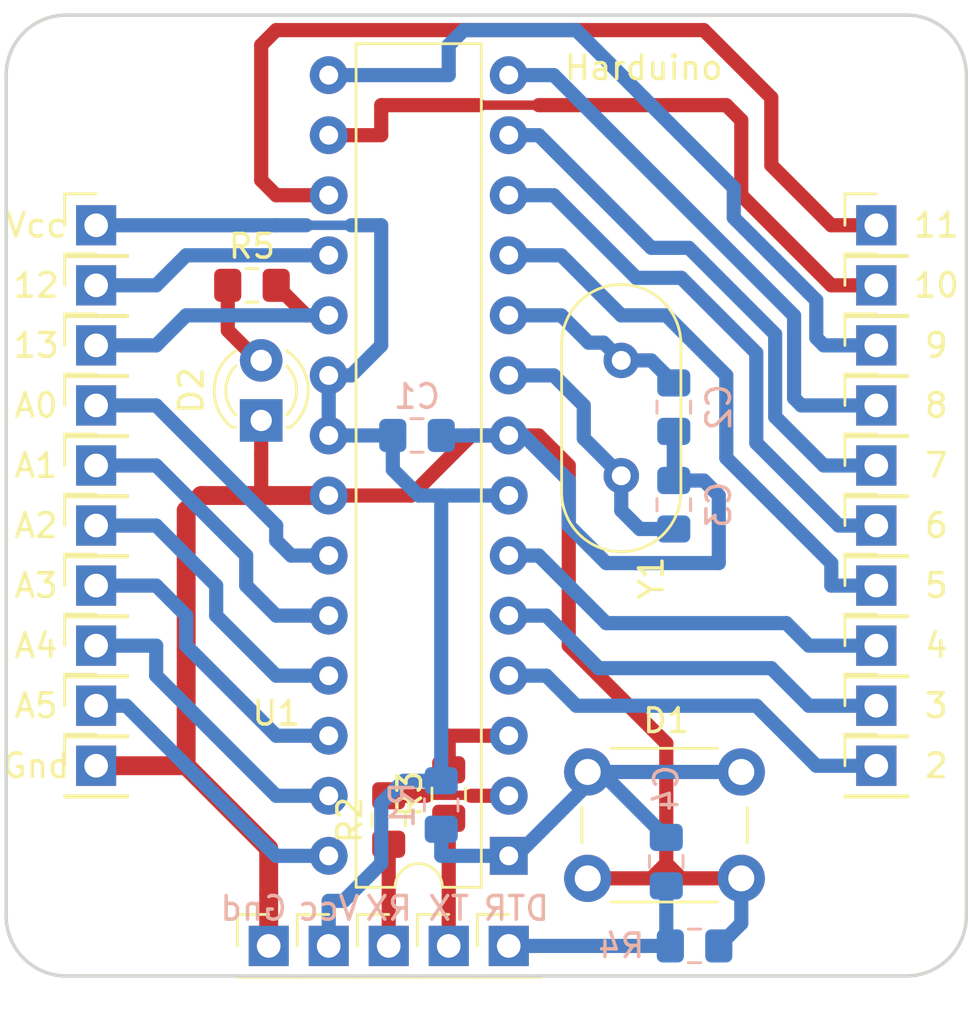
<source format=kicad_pcb>
(kicad_pcb (version 20171130) (host pcbnew "(5.1.4)-1")

  (general
    (thickness 1.6)
    (drawings 34)
    (tracks 197)
    (zones 0)
    (modules 42)
    (nets 30)
  )

  (page A4)
  (layers
    (0 F.Cu signal)
    (31 B.Cu signal)
    (32 B.Adhes user)
    (33 F.Adhes user)
    (34 B.Paste user)
    (35 F.Paste user)
    (36 B.SilkS user)
    (37 F.SilkS user)
    (38 B.Mask user)
    (39 F.Mask user)
    (40 Dwgs.User user)
    (41 Cmts.User user)
    (42 Eco1.User user)
    (43 Eco2.User user)
    (44 Edge.Cuts user)
    (45 Margin user)
    (46 B.CrtYd user)
    (47 F.CrtYd user)
    (48 B.Fab user)
    (49 F.Fab user)
  )

  (setup
    (last_trace_width 0.6)
    (user_trace_width 0.4)
    (user_trace_width 0.6)
    (user_trace_width 0.8)
    (trace_clearance 0.2)
    (zone_clearance 0.508)
    (zone_45_only no)
    (trace_min 0.2)
    (via_size 0.8)
    (via_drill 0.4)
    (via_min_size 0.4)
    (via_min_drill 0.3)
    (user_via 1.5 0.9)
    (uvia_size 0.3)
    (uvia_drill 0.1)
    (uvias_allowed no)
    (uvia_min_size 0.2)
    (uvia_min_drill 0.1)
    (edge_width 0.05)
    (segment_width 0.2)
    (pcb_text_width 0.3)
    (pcb_text_size 1.5 1.5)
    (mod_edge_width 0.12)
    (mod_text_size 1 1)
    (mod_text_width 0.15)
    (pad_size 1.524 1.524)
    (pad_drill 0.762)
    (pad_to_mask_clearance 0.051)
    (solder_mask_min_width 0.25)
    (aux_axis_origin 0 0)
    (visible_elements 7FFFFFFF)
    (pcbplotparams
      (layerselection 0x010fc_ffffffff)
      (usegerberextensions false)
      (usegerberattributes false)
      (usegerberadvancedattributes false)
      (creategerberjobfile false)
      (excludeedgelayer true)
      (linewidth 0.100000)
      (plotframeref false)
      (viasonmask false)
      (mode 1)
      (useauxorigin false)
      (hpglpennumber 1)
      (hpglpenspeed 20)
      (hpglpendiameter 15.000000)
      (psnegative false)
      (psa4output false)
      (plotreference true)
      (plotvalue true)
      (plotinvisibletext false)
      (padsonsilk false)
      (subtractmaskfromsilk false)
      (outputformat 1)
      (mirror false)
      (drillshape 1)
      (scaleselection 1)
      (outputdirectory ""))
  )

  (net 0 "")
  (net 1 "Net-(J1-Pad1)")
  (net 2 "Net-(J2-Pad1)")
  (net 3 "Net-(J3-Pad1)")
  (net 4 "Net-(J4-Pad1)")
  (net 5 "Net-(J5-Pad1)")
  (net 6 "Net-(J6-Pad1)")
  (net 7 "Net-(J7-Pad1)")
  (net 8 "Net-(J8-Pad1)")
  (net 9 "Net-(J9-Pad1)")
  (net 10 "Net-(J10-Pad1)")
  (net 11 "Net-(J11-Pad1)")
  (net 12 "Net-(J12-Pad1)")
  (net 13 "Net-(J13-Pad1)")
  (net 14 "Net-(J14-Pad1)")
  (net 15 "Net-(J15-Pad1)")
  (net 16 "Net-(J16-Pad1)")
  (net 17 "Net-(J17-Pad1)")
  (net 18 "Net-(J18-Pad1)")
  (net 19 "Net-(C2-Pad1)")
  (net 20 "Net-(C3-Pad1)")
  (net 21 GND)
  (net 22 VCC)
  (net 23 "Net-(C4-Pad1)")
  (net 24 "Net-(C4-Pad2)")
  (net 25 "Net-(D2-Pad2)")
  (net 26 "Net-(J22-Pad1)")
  (net 27 "Net-(J23-Pad1)")
  (net 28 "Net-(R2-Pad2)")
  (net 29 "Net-(R3-Pad2)")

  (net_class Default "Это класс цепей по умолчанию."
    (clearance 0.2)
    (trace_width 0.25)
    (via_dia 0.8)
    (via_drill 0.4)
    (uvia_dia 0.3)
    (uvia_drill 0.1)
    (add_net GND)
    (add_net "Net-(C2-Pad1)")
    (add_net "Net-(C3-Pad1)")
    (add_net "Net-(C4-Pad1)")
    (add_net "Net-(C4-Pad2)")
    (add_net "Net-(D2-Pad2)")
    (add_net "Net-(J1-Pad1)")
    (add_net "Net-(J10-Pad1)")
    (add_net "Net-(J11-Pad1)")
    (add_net "Net-(J12-Pad1)")
    (add_net "Net-(J13-Pad1)")
    (add_net "Net-(J14-Pad1)")
    (add_net "Net-(J15-Pad1)")
    (add_net "Net-(J16-Pad1)")
    (add_net "Net-(J17-Pad1)")
    (add_net "Net-(J18-Pad1)")
    (add_net "Net-(J2-Pad1)")
    (add_net "Net-(J22-Pad1)")
    (add_net "Net-(J23-Pad1)")
    (add_net "Net-(J3-Pad1)")
    (add_net "Net-(J4-Pad1)")
    (add_net "Net-(J5-Pad1)")
    (add_net "Net-(J6-Pad1)")
    (add_net "Net-(J7-Pad1)")
    (add_net "Net-(J8-Pad1)")
    (add_net "Net-(J9-Pad1)")
    (add_net "Net-(R2-Pad2)")
    (add_net "Net-(R3-Pad2)")
    (add_net VCC)
  )

  (module MountingHole:MountingHole_3.2mm_M3 (layer F.Cu) (tedit 56D1B4CB) (tstamp 5D79781E)
    (at 92.71 54.61)
    (descr "Mounting Hole 3.2mm, no annular, M3")
    (tags "mounting hole 3.2mm no annular m3")
    (path /5D791BF4)
    (attr virtual)
    (fp_text reference H1 (at -3.81 -4.2) (layer F.SilkS) hide
      (effects (font (size 1 1) (thickness 0.15)))
    )
    (fp_text value MountingHole (at 2.54 -5.08) (layer F.Fab) hide
      (effects (font (size 1 1) (thickness 0.15)))
    )
    (fp_circle (center 0 0) (end 3.45 0) (layer F.CrtYd) (width 0.05))
    (fp_circle (center 0 0) (end 3.2 0) (layer Cmts.User) (width 0.15))
    (fp_text user %R (at 0.3 0) (layer F.Fab)
      (effects (font (size 1 1) (thickness 0.15)))
    )
    (pad 1 np_thru_hole circle (at 0 0) (size 3.2 3.2) (drill 3.2) (layers *.Cu *.Mask))
  )

  (module MountingHole:MountingHole_3.2mm_M3 (layer F.Cu) (tedit 56D1B4CB) (tstamp 5D797826)
    (at 92.71 87.63)
    (descr "Mounting Hole 3.2mm, no annular, M3")
    (tags "mounting hole 3.2mm no annular m3")
    (path /5D793188)
    (attr virtual)
    (fp_text reference H2 (at -3.81 3.81) (layer F.SilkS) hide
      (effects (font (size 1 1) (thickness 0.15)))
    )
    (fp_text value MountingHole (at 3.81 5.08) (layer F.Fab) hide
      (effects (font (size 1 1) (thickness 0.15)))
    )
    (fp_text user %R (at 0.3 0) (layer F.Fab)
      (effects (font (size 1 1) (thickness 0.15)))
    )
    (fp_circle (center 0 0) (end 3.2 0) (layer Cmts.User) (width 0.15))
    (fp_circle (center 0 0) (end 3.45 0) (layer F.CrtYd) (width 0.05))
    (pad 1 np_thru_hole circle (at 0 0) (size 3.2 3.2) (drill 3.2) (layers *.Cu *.Mask))
  )

  (module MountingHole:MountingHole_3.2mm_M3 (layer F.Cu) (tedit 56D1B4CB) (tstamp 5D79782E)
    (at 125.73 54.61)
    (descr "Mounting Hole 3.2mm, no annular, M3")
    (tags "mounting hole 3.2mm no annular m3")
    (path /5D793224)
    (attr virtual)
    (fp_text reference H3 (at 3.81 -3.81) (layer F.SilkS) hide
      (effects (font (size 1 1) (thickness 0.15)))
    )
    (fp_text value MountingHole (at -2.54 -5.08) (layer F.Fab) hide
      (effects (font (size 1 1) (thickness 0.15)))
    )
    (fp_circle (center 0 0) (end 3.45 0) (layer F.CrtYd) (width 0.05))
    (fp_circle (center 0 0) (end 3.2 0) (layer Cmts.User) (width 0.15))
    (fp_text user %R (at 0.3 0) (layer F.Fab)
      (effects (font (size 1 1) (thickness 0.15)))
    )
    (pad 1 np_thru_hole circle (at 0 0) (size 3.2 3.2) (drill 3.2) (layers *.Cu *.Mask))
  )

  (module MountingHole:MountingHole_3.2mm_M3 (layer F.Cu) (tedit 56D1B4CB) (tstamp 5D797836)
    (at 125.73 87.63)
    (descr "Mounting Hole 3.2mm, no annular, M3")
    (tags "mounting hole 3.2mm no annular m3")
    (path /5D7932CC)
    (attr virtual)
    (fp_text reference H4 (at 3.81 3.81) (layer F.SilkS) hide
      (effects (font (size 1 1) (thickness 0.15)))
    )
    (fp_text value MountingHole (at -5.08 5.08) (layer F.Fab) hide
      (effects (font (size 1 1) (thickness 0.15)))
    )
    (fp_text user %R (at 0 0) (layer F.Fab)
      (effects (font (size 1 1) (thickness 0.15)))
    )
    (fp_circle (center 0 0) (end 3.2 0) (layer Cmts.User) (width 0.15))
    (fp_circle (center 0 0) (end 3.45 0) (layer F.CrtYd) (width 0.05))
    (pad 1 np_thru_hole circle (at 0 0) (size 3.2 3.2) (drill 3.2) (layers *.Cu *.Mask))
  )

  (module Connector_PinHeader_2.54mm:PinHeader_1x01_P2.54mm_Vertical (layer F.Cu) (tedit 59FED5CC) (tstamp 5D79784B)
    (at 125.73 82.55)
    (descr "Through hole straight pin header, 1x01, 2.54mm pitch, single row")
    (tags "Through hole pin header THT 1x01 2.54mm single row")
    (path /5D793457)
    (fp_text reference J1 (at -2.54 0) (layer F.SilkS) hide
      (effects (font (size 1 1) (thickness 0.15)))
    )
    (fp_text value 2 (at 2.54 0) (layer F.Fab)
      (effects (font (size 1 1) (thickness 0.15)))
    )
    (fp_text user %R (at 0 0 90) (layer F.Fab)
      (effects (font (size 1 1) (thickness 0.15)))
    )
    (fp_line (start 1.8 -1.8) (end -1.8 -1.8) (layer F.CrtYd) (width 0.05))
    (fp_line (start 1.8 1.8) (end 1.8 -1.8) (layer F.CrtYd) (width 0.05))
    (fp_line (start -1.8 1.8) (end 1.8 1.8) (layer F.CrtYd) (width 0.05))
    (fp_line (start -1.8 -1.8) (end -1.8 1.8) (layer F.CrtYd) (width 0.05))
    (fp_line (start -1.33 -1.33) (end 0 -1.33) (layer F.SilkS) (width 0.12))
    (fp_line (start -1.33 0) (end -1.33 -1.33) (layer F.SilkS) (width 0.12))
    (fp_line (start -1.33 1.27) (end 1.33 1.27) (layer F.SilkS) (width 0.12))
    (fp_line (start 1.33 1.27) (end 1.33 1.33) (layer F.SilkS) (width 0.12))
    (fp_line (start -1.33 1.27) (end -1.33 1.33) (layer F.SilkS) (width 0.12))
    (fp_line (start -1.33 1.33) (end 1.33 1.33) (layer F.SilkS) (width 0.12))
    (fp_line (start -1.27 -0.635) (end -0.635 -1.27) (layer F.Fab) (width 0.1))
    (fp_line (start -1.27 1.27) (end -1.27 -0.635) (layer F.Fab) (width 0.1))
    (fp_line (start 1.27 1.27) (end -1.27 1.27) (layer F.Fab) (width 0.1))
    (fp_line (start 1.27 -1.27) (end 1.27 1.27) (layer F.Fab) (width 0.1))
    (fp_line (start -0.635 -1.27) (end 1.27 -1.27) (layer F.Fab) (width 0.1))
    (pad 1 thru_hole rect (at 0 0) (size 1.7 1.7) (drill 1) (layers *.Cu *.Mask)
      (net 1 "Net-(J1-Pad1)"))
    (model ${KISYS3DMOD}/Connector_PinHeader_2.54mm.3dshapes/PinHeader_1x01_P2.54mm_Vertical.wrl
      (at (xyz 0 0 0))
      (scale (xyz 1 1 1))
      (rotate (xyz 0 0 0))
    )
  )

  (module Connector_PinHeader_2.54mm:PinHeader_1x01_P2.54mm_Vertical (layer F.Cu) (tedit 59FED5CC) (tstamp 5D797860)
    (at 125.73 80.01)
    (descr "Through hole straight pin header, 1x01, 2.54mm pitch, single row")
    (tags "Through hole pin header THT 1x01 2.54mm single row")
    (path /5D794940)
    (fp_text reference J2 (at -2.54 0) (layer F.SilkS) hide
      (effects (font (size 1 1) (thickness 0.15)))
    )
    (fp_text value 3 (at 2.54 0) (layer F.Fab)
      (effects (font (size 1 1) (thickness 0.15)))
    )
    (fp_line (start -0.635 -1.27) (end 1.27 -1.27) (layer F.Fab) (width 0.1))
    (fp_line (start 1.27 -1.27) (end 1.27 1.27) (layer F.Fab) (width 0.1))
    (fp_line (start 1.27 1.27) (end -1.27 1.27) (layer F.Fab) (width 0.1))
    (fp_line (start -1.27 1.27) (end -1.27 -0.635) (layer F.Fab) (width 0.1))
    (fp_line (start -1.27 -0.635) (end -0.635 -1.27) (layer F.Fab) (width 0.1))
    (fp_line (start -1.33 1.33) (end 1.33 1.33) (layer F.SilkS) (width 0.12))
    (fp_line (start -1.33 1.27) (end -1.33 1.33) (layer F.SilkS) (width 0.12))
    (fp_line (start 1.33 1.27) (end 1.33 1.33) (layer F.SilkS) (width 0.12))
    (fp_line (start -1.33 1.27) (end 1.33 1.27) (layer F.SilkS) (width 0.12))
    (fp_line (start -1.33 0) (end -1.33 -1.33) (layer F.SilkS) (width 0.12))
    (fp_line (start -1.33 -1.33) (end 0 -1.33) (layer F.SilkS) (width 0.12))
    (fp_line (start -1.8 -1.8) (end -1.8 1.8) (layer F.CrtYd) (width 0.05))
    (fp_line (start -1.8 1.8) (end 1.8 1.8) (layer F.CrtYd) (width 0.05))
    (fp_line (start 1.8 1.8) (end 1.8 -1.8) (layer F.CrtYd) (width 0.05))
    (fp_line (start 1.8 -1.8) (end -1.8 -1.8) (layer F.CrtYd) (width 0.05))
    (fp_text user %R (at 0 0 90) (layer F.Fab)
      (effects (font (size 1 1) (thickness 0.15)))
    )
    (pad 1 thru_hole rect (at 0 0) (size 1.7 1.7) (drill 1) (layers *.Cu *.Mask)
      (net 2 "Net-(J2-Pad1)"))
    (model ${KISYS3DMOD}/Connector_PinHeader_2.54mm.3dshapes/PinHeader_1x01_P2.54mm_Vertical.wrl
      (at (xyz 0 0 0))
      (scale (xyz 1 1 1))
      (rotate (xyz 0 0 0))
    )
  )

  (module Connector_PinHeader_2.54mm:PinHeader_1x01_P2.54mm_Vertical (layer F.Cu) (tedit 59FED5CC) (tstamp 5D797875)
    (at 125.73 77.47)
    (descr "Through hole straight pin header, 1x01, 2.54mm pitch, single row")
    (tags "Through hole pin header THT 1x01 2.54mm single row")
    (path /5D794B32)
    (fp_text reference J3 (at -2.54 0) (layer F.SilkS) hide
      (effects (font (size 1 1) (thickness 0.15)))
    )
    (fp_text value 4 (at 2.54 0) (layer F.Fab)
      (effects (font (size 1 1) (thickness 0.15)))
    )
    (fp_text user %R (at 0 0 90) (layer F.Fab)
      (effects (font (size 1 1) (thickness 0.15)))
    )
    (fp_line (start 1.8 -1.8) (end -1.8 -1.8) (layer F.CrtYd) (width 0.05))
    (fp_line (start 1.8 1.8) (end 1.8 -1.8) (layer F.CrtYd) (width 0.05))
    (fp_line (start -1.8 1.8) (end 1.8 1.8) (layer F.CrtYd) (width 0.05))
    (fp_line (start -1.8 -1.8) (end -1.8 1.8) (layer F.CrtYd) (width 0.05))
    (fp_line (start -1.33 -1.33) (end 0 -1.33) (layer F.SilkS) (width 0.12))
    (fp_line (start -1.33 0) (end -1.33 -1.33) (layer F.SilkS) (width 0.12))
    (fp_line (start -1.33 1.27) (end 1.33 1.27) (layer F.SilkS) (width 0.12))
    (fp_line (start 1.33 1.27) (end 1.33 1.33) (layer F.SilkS) (width 0.12))
    (fp_line (start -1.33 1.27) (end -1.33 1.33) (layer F.SilkS) (width 0.12))
    (fp_line (start -1.33 1.33) (end 1.33 1.33) (layer F.SilkS) (width 0.12))
    (fp_line (start -1.27 -0.635) (end -0.635 -1.27) (layer F.Fab) (width 0.1))
    (fp_line (start -1.27 1.27) (end -1.27 -0.635) (layer F.Fab) (width 0.1))
    (fp_line (start 1.27 1.27) (end -1.27 1.27) (layer F.Fab) (width 0.1))
    (fp_line (start 1.27 -1.27) (end 1.27 1.27) (layer F.Fab) (width 0.1))
    (fp_line (start -0.635 -1.27) (end 1.27 -1.27) (layer F.Fab) (width 0.1))
    (pad 1 thru_hole rect (at 0 0) (size 1.7 1.7) (drill 1) (layers *.Cu *.Mask)
      (net 3 "Net-(J3-Pad1)"))
    (model ${KISYS3DMOD}/Connector_PinHeader_2.54mm.3dshapes/PinHeader_1x01_P2.54mm_Vertical.wrl
      (at (xyz 0 0 0))
      (scale (xyz 1 1 1))
      (rotate (xyz 0 0 0))
    )
  )

  (module Connector_PinHeader_2.54mm:PinHeader_1x01_P2.54mm_Vertical (layer F.Cu) (tedit 59FED5CC) (tstamp 5D79788A)
    (at 125.73 74.93)
    (descr "Through hole straight pin header, 1x01, 2.54mm pitch, single row")
    (tags "Through hole pin header THT 1x01 2.54mm single row")
    (path /5D794C66)
    (fp_text reference J4 (at -2.54 0) (layer F.SilkS) hide
      (effects (font (size 1 1) (thickness 0.15)))
    )
    (fp_text value 5 (at 2.54 0) (layer F.Fab)
      (effects (font (size 1 1) (thickness 0.15)))
    )
    (fp_line (start -0.635 -1.27) (end 1.27 -1.27) (layer F.Fab) (width 0.1))
    (fp_line (start 1.27 -1.27) (end 1.27 1.27) (layer F.Fab) (width 0.1))
    (fp_line (start 1.27 1.27) (end -1.27 1.27) (layer F.Fab) (width 0.1))
    (fp_line (start -1.27 1.27) (end -1.27 -0.635) (layer F.Fab) (width 0.1))
    (fp_line (start -1.27 -0.635) (end -0.635 -1.27) (layer F.Fab) (width 0.1))
    (fp_line (start -1.33 1.33) (end 1.33 1.33) (layer F.SilkS) (width 0.12))
    (fp_line (start -1.33 1.27) (end -1.33 1.33) (layer F.SilkS) (width 0.12))
    (fp_line (start 1.33 1.27) (end 1.33 1.33) (layer F.SilkS) (width 0.12))
    (fp_line (start -1.33 1.27) (end 1.33 1.27) (layer F.SilkS) (width 0.12))
    (fp_line (start -1.33 0) (end -1.33 -1.33) (layer F.SilkS) (width 0.12))
    (fp_line (start -1.33 -1.33) (end 0 -1.33) (layer F.SilkS) (width 0.12))
    (fp_line (start -1.8 -1.8) (end -1.8 1.8) (layer F.CrtYd) (width 0.05))
    (fp_line (start -1.8 1.8) (end 1.8 1.8) (layer F.CrtYd) (width 0.05))
    (fp_line (start 1.8 1.8) (end 1.8 -1.8) (layer F.CrtYd) (width 0.05))
    (fp_line (start 1.8 -1.8) (end -1.8 -1.8) (layer F.CrtYd) (width 0.05))
    (fp_text user %R (at 0 0 90) (layer F.Fab)
      (effects (font (size 1 1) (thickness 0.15)))
    )
    (pad 1 thru_hole rect (at 0 0) (size 1.7 1.7) (drill 1) (layers *.Cu *.Mask)
      (net 4 "Net-(J4-Pad1)"))
    (model ${KISYS3DMOD}/Connector_PinHeader_2.54mm.3dshapes/PinHeader_1x01_P2.54mm_Vertical.wrl
      (at (xyz 0 0 0))
      (scale (xyz 1 1 1))
      (rotate (xyz 0 0 0))
    )
  )

  (module Connector_PinHeader_2.54mm:PinHeader_1x01_P2.54mm_Vertical (layer F.Cu) (tedit 59FED5CC) (tstamp 5D79789F)
    (at 125.73 72.39)
    (descr "Through hole straight pin header, 1x01, 2.54mm pitch, single row")
    (tags "Through hole pin header THT 1x01 2.54mm single row")
    (path /5D794EF4)
    (fp_text reference J5 (at -2.54 0) (layer F.SilkS) hide
      (effects (font (size 1 1) (thickness 0.15)))
    )
    (fp_text value 6 (at 2.54 0) (layer F.Fab)
      (effects (font (size 1 1) (thickness 0.15)))
    )
    (fp_text user %R (at 0 0 90) (layer F.Fab)
      (effects (font (size 1 1) (thickness 0.15)))
    )
    (fp_line (start 1.8 -1.8) (end -1.8 -1.8) (layer F.CrtYd) (width 0.05))
    (fp_line (start 1.8 1.8) (end 1.8 -1.8) (layer F.CrtYd) (width 0.05))
    (fp_line (start -1.8 1.8) (end 1.8 1.8) (layer F.CrtYd) (width 0.05))
    (fp_line (start -1.8 -1.8) (end -1.8 1.8) (layer F.CrtYd) (width 0.05))
    (fp_line (start -1.33 -1.33) (end 0 -1.33) (layer F.SilkS) (width 0.12))
    (fp_line (start -1.33 0) (end -1.33 -1.33) (layer F.SilkS) (width 0.12))
    (fp_line (start -1.33 1.27) (end 1.33 1.27) (layer F.SilkS) (width 0.12))
    (fp_line (start 1.33 1.27) (end 1.33 1.33) (layer F.SilkS) (width 0.12))
    (fp_line (start -1.33 1.27) (end -1.33 1.33) (layer F.SilkS) (width 0.12))
    (fp_line (start -1.33 1.33) (end 1.33 1.33) (layer F.SilkS) (width 0.12))
    (fp_line (start -1.27 -0.635) (end -0.635 -1.27) (layer F.Fab) (width 0.1))
    (fp_line (start -1.27 1.27) (end -1.27 -0.635) (layer F.Fab) (width 0.1))
    (fp_line (start 1.27 1.27) (end -1.27 1.27) (layer F.Fab) (width 0.1))
    (fp_line (start 1.27 -1.27) (end 1.27 1.27) (layer F.Fab) (width 0.1))
    (fp_line (start -0.635 -1.27) (end 1.27 -1.27) (layer F.Fab) (width 0.1))
    (pad 1 thru_hole rect (at 0 0) (size 1.7 1.7) (drill 1) (layers *.Cu *.Mask)
      (net 5 "Net-(J5-Pad1)"))
    (model ${KISYS3DMOD}/Connector_PinHeader_2.54mm.3dshapes/PinHeader_1x01_P2.54mm_Vertical.wrl
      (at (xyz 0 0 0))
      (scale (xyz 1 1 1))
      (rotate (xyz 0 0 0))
    )
  )

  (module Connector_PinHeader_2.54mm:PinHeader_1x01_P2.54mm_Vertical (layer F.Cu) (tedit 59FED5CC) (tstamp 5D7978B4)
    (at 125.73 69.85)
    (descr "Through hole straight pin header, 1x01, 2.54mm pitch, single row")
    (tags "Through hole pin header THT 1x01 2.54mm single row")
    (path /5D795168)
    (fp_text reference J6 (at -2.54 0) (layer F.SilkS) hide
      (effects (font (size 1 1) (thickness 0.15)))
    )
    (fp_text value 7 (at 2.54 0) (layer F.Fab)
      (effects (font (size 1 1) (thickness 0.15)))
    )
    (fp_line (start -0.635 -1.27) (end 1.27 -1.27) (layer F.Fab) (width 0.1))
    (fp_line (start 1.27 -1.27) (end 1.27 1.27) (layer F.Fab) (width 0.1))
    (fp_line (start 1.27 1.27) (end -1.27 1.27) (layer F.Fab) (width 0.1))
    (fp_line (start -1.27 1.27) (end -1.27 -0.635) (layer F.Fab) (width 0.1))
    (fp_line (start -1.27 -0.635) (end -0.635 -1.27) (layer F.Fab) (width 0.1))
    (fp_line (start -1.33 1.33) (end 1.33 1.33) (layer F.SilkS) (width 0.12))
    (fp_line (start -1.33 1.27) (end -1.33 1.33) (layer F.SilkS) (width 0.12))
    (fp_line (start 1.33 1.27) (end 1.33 1.33) (layer F.SilkS) (width 0.12))
    (fp_line (start -1.33 1.27) (end 1.33 1.27) (layer F.SilkS) (width 0.12))
    (fp_line (start -1.33 0) (end -1.33 -1.33) (layer F.SilkS) (width 0.12))
    (fp_line (start -1.33 -1.33) (end 0 -1.33) (layer F.SilkS) (width 0.12))
    (fp_line (start -1.8 -1.8) (end -1.8 1.8) (layer F.CrtYd) (width 0.05))
    (fp_line (start -1.8 1.8) (end 1.8 1.8) (layer F.CrtYd) (width 0.05))
    (fp_line (start 1.8 1.8) (end 1.8 -1.8) (layer F.CrtYd) (width 0.05))
    (fp_line (start 1.8 -1.8) (end -1.8 -1.8) (layer F.CrtYd) (width 0.05))
    (fp_text user %R (at 0 0 90) (layer F.Fab)
      (effects (font (size 1 1) (thickness 0.15)))
    )
    (pad 1 thru_hole rect (at 0 0) (size 1.7 1.7) (drill 1) (layers *.Cu *.Mask)
      (net 6 "Net-(J6-Pad1)"))
    (model ${KISYS3DMOD}/Connector_PinHeader_2.54mm.3dshapes/PinHeader_1x01_P2.54mm_Vertical.wrl
      (at (xyz 0 0 0))
      (scale (xyz 1 1 1))
      (rotate (xyz 0 0 0))
    )
  )

  (module Connector_PinHeader_2.54mm:PinHeader_1x01_P2.54mm_Vertical (layer F.Cu) (tedit 59FED5CC) (tstamp 5D7978C9)
    (at 125.73 67.31)
    (descr "Through hole straight pin header, 1x01, 2.54mm pitch, single row")
    (tags "Through hole pin header THT 1x01 2.54mm single row")
    (path /5D795340)
    (fp_text reference J7 (at -2.54 0) (layer F.SilkS) hide
      (effects (font (size 1 1) (thickness 0.15)))
    )
    (fp_text value 8 (at 2.54 0) (layer F.Fab)
      (effects (font (size 1 1) (thickness 0.15)))
    )
    (fp_text user %R (at 0 0 90) (layer F.Fab)
      (effects (font (size 1 1) (thickness 0.15)))
    )
    (fp_line (start 1.8 -1.8) (end -1.8 -1.8) (layer F.CrtYd) (width 0.05))
    (fp_line (start 1.8 1.8) (end 1.8 -1.8) (layer F.CrtYd) (width 0.05))
    (fp_line (start -1.8 1.8) (end 1.8 1.8) (layer F.CrtYd) (width 0.05))
    (fp_line (start -1.8 -1.8) (end -1.8 1.8) (layer F.CrtYd) (width 0.05))
    (fp_line (start -1.33 -1.33) (end 0 -1.33) (layer F.SilkS) (width 0.12))
    (fp_line (start -1.33 0) (end -1.33 -1.33) (layer F.SilkS) (width 0.12))
    (fp_line (start -1.33 1.27) (end 1.33 1.27) (layer F.SilkS) (width 0.12))
    (fp_line (start 1.33 1.27) (end 1.33 1.33) (layer F.SilkS) (width 0.12))
    (fp_line (start -1.33 1.27) (end -1.33 1.33) (layer F.SilkS) (width 0.12))
    (fp_line (start -1.33 1.33) (end 1.33 1.33) (layer F.SilkS) (width 0.12))
    (fp_line (start -1.27 -0.635) (end -0.635 -1.27) (layer F.Fab) (width 0.1))
    (fp_line (start -1.27 1.27) (end -1.27 -0.635) (layer F.Fab) (width 0.1))
    (fp_line (start 1.27 1.27) (end -1.27 1.27) (layer F.Fab) (width 0.1))
    (fp_line (start 1.27 -1.27) (end 1.27 1.27) (layer F.Fab) (width 0.1))
    (fp_line (start -0.635 -1.27) (end 1.27 -1.27) (layer F.Fab) (width 0.1))
    (pad 1 thru_hole rect (at 0 0) (size 1.7 1.7) (drill 1) (layers *.Cu *.Mask)
      (net 7 "Net-(J7-Pad1)"))
    (model ${KISYS3DMOD}/Connector_PinHeader_2.54mm.3dshapes/PinHeader_1x01_P2.54mm_Vertical.wrl
      (at (xyz 0 0 0))
      (scale (xyz 1 1 1))
      (rotate (xyz 0 0 0))
    )
  )

  (module Connector_PinHeader_2.54mm:PinHeader_1x01_P2.54mm_Vertical (layer F.Cu) (tedit 59FED5CC) (tstamp 5D7978DE)
    (at 125.73 64.77)
    (descr "Through hole straight pin header, 1x01, 2.54mm pitch, single row")
    (tags "Through hole pin header THT 1x01 2.54mm single row")
    (path /5D7955DE)
    (fp_text reference J8 (at -2.54 0) (layer F.SilkS) hide
      (effects (font (size 1 1) (thickness 0.15)))
    )
    (fp_text value 9 (at 2.54 0) (layer F.Fab)
      (effects (font (size 1 1) (thickness 0.15)))
    )
    (fp_line (start -0.635 -1.27) (end 1.27 -1.27) (layer F.Fab) (width 0.1))
    (fp_line (start 1.27 -1.27) (end 1.27 1.27) (layer F.Fab) (width 0.1))
    (fp_line (start 1.27 1.27) (end -1.27 1.27) (layer F.Fab) (width 0.1))
    (fp_line (start -1.27 1.27) (end -1.27 -0.635) (layer F.Fab) (width 0.1))
    (fp_line (start -1.27 -0.635) (end -0.635 -1.27) (layer F.Fab) (width 0.1))
    (fp_line (start -1.33 1.33) (end 1.33 1.33) (layer F.SilkS) (width 0.12))
    (fp_line (start -1.33 1.27) (end -1.33 1.33) (layer F.SilkS) (width 0.12))
    (fp_line (start 1.33 1.27) (end 1.33 1.33) (layer F.SilkS) (width 0.12))
    (fp_line (start -1.33 1.27) (end 1.33 1.27) (layer F.SilkS) (width 0.12))
    (fp_line (start -1.33 0) (end -1.33 -1.33) (layer F.SilkS) (width 0.12))
    (fp_line (start -1.33 -1.33) (end 0 -1.33) (layer F.SilkS) (width 0.12))
    (fp_line (start -1.8 -1.8) (end -1.8 1.8) (layer F.CrtYd) (width 0.05))
    (fp_line (start -1.8 1.8) (end 1.8 1.8) (layer F.CrtYd) (width 0.05))
    (fp_line (start 1.8 1.8) (end 1.8 -1.8) (layer F.CrtYd) (width 0.05))
    (fp_line (start 1.8 -1.8) (end -1.8 -1.8) (layer F.CrtYd) (width 0.05))
    (fp_text user %R (at 0 0 90) (layer F.Fab)
      (effects (font (size 1 1) (thickness 0.15)))
    )
    (pad 1 thru_hole rect (at 0 0) (size 1.7 1.7) (drill 1) (layers *.Cu *.Mask)
      (net 8 "Net-(J8-Pad1)"))
    (model ${KISYS3DMOD}/Connector_PinHeader_2.54mm.3dshapes/PinHeader_1x01_P2.54mm_Vertical.wrl
      (at (xyz 0 0 0))
      (scale (xyz 1 1 1))
      (rotate (xyz 0 0 0))
    )
  )

  (module Connector_PinHeader_2.54mm:PinHeader_1x01_P2.54mm_Vertical (layer F.Cu) (tedit 59FED5CC) (tstamp 5D7978F3)
    (at 125.73 62.23)
    (descr "Through hole straight pin header, 1x01, 2.54mm pitch, single row")
    (tags "Through hole pin header THT 1x01 2.54mm single row")
    (path /5D7957DA)
    (fp_text reference J9 (at -2.54 0) (layer F.SilkS) hide
      (effects (font (size 1 1) (thickness 0.15)))
    )
    (fp_text value 10 (at 2.54 0) (layer F.Fab)
      (effects (font (size 1 1) (thickness 0.15)))
    )
    (fp_text user %R (at 0 0 90) (layer F.Fab)
      (effects (font (size 1 1) (thickness 0.15)))
    )
    (fp_line (start 1.8 -1.8) (end -1.8 -1.8) (layer F.CrtYd) (width 0.05))
    (fp_line (start 1.8 1.8) (end 1.8 -1.8) (layer F.CrtYd) (width 0.05))
    (fp_line (start -1.8 1.8) (end 1.8 1.8) (layer F.CrtYd) (width 0.05))
    (fp_line (start -1.8 -1.8) (end -1.8 1.8) (layer F.CrtYd) (width 0.05))
    (fp_line (start -1.33 -1.33) (end 0 -1.33) (layer F.SilkS) (width 0.12))
    (fp_line (start -1.33 0) (end -1.33 -1.33) (layer F.SilkS) (width 0.12))
    (fp_line (start -1.33 1.27) (end 1.33 1.27) (layer F.SilkS) (width 0.12))
    (fp_line (start 1.33 1.27) (end 1.33 1.33) (layer F.SilkS) (width 0.12))
    (fp_line (start -1.33 1.27) (end -1.33 1.33) (layer F.SilkS) (width 0.12))
    (fp_line (start -1.33 1.33) (end 1.33 1.33) (layer F.SilkS) (width 0.12))
    (fp_line (start -1.27 -0.635) (end -0.635 -1.27) (layer F.Fab) (width 0.1))
    (fp_line (start -1.27 1.27) (end -1.27 -0.635) (layer F.Fab) (width 0.1))
    (fp_line (start 1.27 1.27) (end -1.27 1.27) (layer F.Fab) (width 0.1))
    (fp_line (start 1.27 -1.27) (end 1.27 1.27) (layer F.Fab) (width 0.1))
    (fp_line (start -0.635 -1.27) (end 1.27 -1.27) (layer F.Fab) (width 0.1))
    (pad 1 thru_hole rect (at 0 0) (size 1.7 1.7) (drill 1) (layers *.Cu *.Mask)
      (net 9 "Net-(J9-Pad1)"))
    (model ${KISYS3DMOD}/Connector_PinHeader_2.54mm.3dshapes/PinHeader_1x01_P2.54mm_Vertical.wrl
      (at (xyz 0 0 0))
      (scale (xyz 1 1 1))
      (rotate (xyz 0 0 0))
    )
  )

  (module Connector_PinHeader_2.54mm:PinHeader_1x01_P2.54mm_Vertical (layer F.Cu) (tedit 59FED5CC) (tstamp 5D797908)
    (at 125.73 59.69)
    (descr "Through hole straight pin header, 1x01, 2.54mm pitch, single row")
    (tags "Through hole pin header THT 1x01 2.54mm single row")
    (path /5D795810)
    (fp_text reference J10 (at -2.54 0) (layer F.SilkS) hide
      (effects (font (size 1 1) (thickness 0.15)))
    )
    (fp_text value 11 (at 2.54 0) (layer F.Fab)
      (effects (font (size 1 1) (thickness 0.15)))
    )
    (fp_line (start -0.635 -1.27) (end 1.27 -1.27) (layer F.Fab) (width 0.1))
    (fp_line (start 1.27 -1.27) (end 1.27 1.27) (layer F.Fab) (width 0.1))
    (fp_line (start 1.27 1.27) (end -1.27 1.27) (layer F.Fab) (width 0.1))
    (fp_line (start -1.27 1.27) (end -1.27 -0.635) (layer F.Fab) (width 0.1))
    (fp_line (start -1.27 -0.635) (end -0.635 -1.27) (layer F.Fab) (width 0.1))
    (fp_line (start -1.33 1.33) (end 1.33 1.33) (layer F.SilkS) (width 0.12))
    (fp_line (start -1.33 1.27) (end -1.33 1.33) (layer F.SilkS) (width 0.12))
    (fp_line (start 1.33 1.27) (end 1.33 1.33) (layer F.SilkS) (width 0.12))
    (fp_line (start -1.33 1.27) (end 1.33 1.27) (layer F.SilkS) (width 0.12))
    (fp_line (start -1.33 0) (end -1.33 -1.33) (layer F.SilkS) (width 0.12))
    (fp_line (start -1.33 -1.33) (end 0 -1.33) (layer F.SilkS) (width 0.12))
    (fp_line (start -1.8 -1.8) (end -1.8 1.8) (layer F.CrtYd) (width 0.05))
    (fp_line (start -1.8 1.8) (end 1.8 1.8) (layer F.CrtYd) (width 0.05))
    (fp_line (start 1.8 1.8) (end 1.8 -1.8) (layer F.CrtYd) (width 0.05))
    (fp_line (start 1.8 -1.8) (end -1.8 -1.8) (layer F.CrtYd) (width 0.05))
    (fp_text user %R (at 0 0 90) (layer F.Fab)
      (effects (font (size 1 1) (thickness 0.15)))
    )
    (pad 1 thru_hole rect (at 0 0) (size 1.7 1.7) (drill 1) (layers *.Cu *.Mask)
      (net 10 "Net-(J10-Pad1)"))
    (model ${KISYS3DMOD}/Connector_PinHeader_2.54mm.3dshapes/PinHeader_1x01_P2.54mm_Vertical.wrl
      (at (xyz 0 0 0))
      (scale (xyz 1 1 1))
      (rotate (xyz 0 0 0))
    )
  )

  (module Connector_PinHeader_2.54mm:PinHeader_1x01_P2.54mm_Vertical (layer F.Cu) (tedit 59FED5CC) (tstamp 5D79791D)
    (at 92.71 62.23)
    (descr "Through hole straight pin header, 1x01, 2.54mm pitch, single row")
    (tags "Through hole pin header THT 1x01 2.54mm single row")
    (path /5D7959D6)
    (fp_text reference J11 (at 3.175 0) (layer F.SilkS) hide
      (effects (font (size 1 1) (thickness 0.15)))
    )
    (fp_text value 12 (at -2.54 0) (layer F.Fab)
      (effects (font (size 1 1) (thickness 0.15)))
    )
    (fp_text user %R (at 0 0 90) (layer F.Fab)
      (effects (font (size 1 1) (thickness 0.15)))
    )
    (fp_line (start 1.8 -1.8) (end -1.8 -1.8) (layer F.CrtYd) (width 0.05))
    (fp_line (start 1.8 1.8) (end 1.8 -1.8) (layer F.CrtYd) (width 0.05))
    (fp_line (start -1.8 1.8) (end 1.8 1.8) (layer F.CrtYd) (width 0.05))
    (fp_line (start -1.8 -1.8) (end -1.8 1.8) (layer F.CrtYd) (width 0.05))
    (fp_line (start -1.33 -1.33) (end 0 -1.33) (layer F.SilkS) (width 0.12))
    (fp_line (start -1.33 0) (end -1.33 -1.33) (layer F.SilkS) (width 0.12))
    (fp_line (start -1.33 1.27) (end 1.33 1.27) (layer F.SilkS) (width 0.12))
    (fp_line (start 1.33 1.27) (end 1.33 1.33) (layer F.SilkS) (width 0.12))
    (fp_line (start -1.33 1.27) (end -1.33 1.33) (layer F.SilkS) (width 0.12))
    (fp_line (start -1.33 1.33) (end 1.33 1.33) (layer F.SilkS) (width 0.12))
    (fp_line (start -1.27 -0.635) (end -0.635 -1.27) (layer F.Fab) (width 0.1))
    (fp_line (start -1.27 1.27) (end -1.27 -0.635) (layer F.Fab) (width 0.1))
    (fp_line (start 1.27 1.27) (end -1.27 1.27) (layer F.Fab) (width 0.1))
    (fp_line (start 1.27 -1.27) (end 1.27 1.27) (layer F.Fab) (width 0.1))
    (fp_line (start -0.635 -1.27) (end 1.27 -1.27) (layer F.Fab) (width 0.1))
    (pad 1 thru_hole rect (at 0 0) (size 1.7 1.7) (drill 1) (layers *.Cu *.Mask)
      (net 11 "Net-(J11-Pad1)"))
    (model ${KISYS3DMOD}/Connector_PinHeader_2.54mm.3dshapes/PinHeader_1x01_P2.54mm_Vertical.wrl
      (at (xyz 0 0 0))
      (scale (xyz 1 1 1))
      (rotate (xyz 0 0 0))
    )
  )

  (module Connector_PinHeader_2.54mm:PinHeader_1x01_P2.54mm_Vertical (layer F.Cu) (tedit 59FED5CC) (tstamp 5D797932)
    (at 92.71 64.77)
    (descr "Through hole straight pin header, 1x01, 2.54mm pitch, single row")
    (tags "Through hole pin header THT 1x01 2.54mm single row")
    (path /5D79744D)
    (fp_text reference J12 (at 3.175 0) (layer F.SilkS) hide
      (effects (font (size 1 1) (thickness 0.15)))
    )
    (fp_text value 13 (at -2.54 0) (layer F.Fab)
      (effects (font (size 1 1) (thickness 0.15)))
    )
    (fp_line (start -0.635 -1.27) (end 1.27 -1.27) (layer F.Fab) (width 0.1))
    (fp_line (start 1.27 -1.27) (end 1.27 1.27) (layer F.Fab) (width 0.1))
    (fp_line (start 1.27 1.27) (end -1.27 1.27) (layer F.Fab) (width 0.1))
    (fp_line (start -1.27 1.27) (end -1.27 -0.635) (layer F.Fab) (width 0.1))
    (fp_line (start -1.27 -0.635) (end -0.635 -1.27) (layer F.Fab) (width 0.1))
    (fp_line (start -1.33 1.33) (end 1.33 1.33) (layer F.SilkS) (width 0.12))
    (fp_line (start -1.33 1.27) (end -1.33 1.33) (layer F.SilkS) (width 0.12))
    (fp_line (start 1.33 1.27) (end 1.33 1.33) (layer F.SilkS) (width 0.12))
    (fp_line (start -1.33 1.27) (end 1.33 1.27) (layer F.SilkS) (width 0.12))
    (fp_line (start -1.33 0) (end -1.33 -1.33) (layer F.SilkS) (width 0.12))
    (fp_line (start -1.33 -1.33) (end 0 -1.33) (layer F.SilkS) (width 0.12))
    (fp_line (start -1.8 -1.8) (end -1.8 1.8) (layer F.CrtYd) (width 0.05))
    (fp_line (start -1.8 1.8) (end 1.8 1.8) (layer F.CrtYd) (width 0.05))
    (fp_line (start 1.8 1.8) (end 1.8 -1.8) (layer F.CrtYd) (width 0.05))
    (fp_line (start 1.8 -1.8) (end -1.8 -1.8) (layer F.CrtYd) (width 0.05))
    (fp_text user %R (at 0 0 90) (layer F.Fab)
      (effects (font (size 1 1) (thickness 0.15)))
    )
    (pad 1 thru_hole rect (at 0 0) (size 1.7 1.7) (drill 1) (layers *.Cu *.Mask)
      (net 12 "Net-(J12-Pad1)"))
    (model ${KISYS3DMOD}/Connector_PinHeader_2.54mm.3dshapes/PinHeader_1x01_P2.54mm_Vertical.wrl
      (at (xyz 0 0 0))
      (scale (xyz 1 1 1))
      (rotate (xyz 0 0 0))
    )
  )

  (module Connector_PinHeader_2.54mm:PinHeader_1x01_P2.54mm_Vertical (layer F.Cu) (tedit 59FED5CC) (tstamp 5D797947)
    (at 92.71 67.31)
    (descr "Through hole straight pin header, 1x01, 2.54mm pitch, single row")
    (tags "Through hole pin header THT 1x01 2.54mm single row")
    (path /5D795BCF)
    (fp_text reference J13 (at 3.175 0) (layer F.SilkS) hide
      (effects (font (size 1 1) (thickness 0.15)))
    )
    (fp_text value A0 (at -2.54 0) (layer F.Fab)
      (effects (font (size 1 1) (thickness 0.15)))
    )
    (fp_line (start -0.635 -1.27) (end 1.27 -1.27) (layer F.Fab) (width 0.1))
    (fp_line (start 1.27 -1.27) (end 1.27 1.27) (layer F.Fab) (width 0.1))
    (fp_line (start 1.27 1.27) (end -1.27 1.27) (layer F.Fab) (width 0.1))
    (fp_line (start -1.27 1.27) (end -1.27 -0.635) (layer F.Fab) (width 0.1))
    (fp_line (start -1.27 -0.635) (end -0.635 -1.27) (layer F.Fab) (width 0.1))
    (fp_line (start -1.33 1.33) (end 1.33 1.33) (layer F.SilkS) (width 0.12))
    (fp_line (start -1.33 1.27) (end -1.33 1.33) (layer F.SilkS) (width 0.12))
    (fp_line (start 1.33 1.27) (end 1.33 1.33) (layer F.SilkS) (width 0.12))
    (fp_line (start -1.33 1.27) (end 1.33 1.27) (layer F.SilkS) (width 0.12))
    (fp_line (start -1.33 0) (end -1.33 -1.33) (layer F.SilkS) (width 0.12))
    (fp_line (start -1.33 -1.33) (end 0 -1.33) (layer F.SilkS) (width 0.12))
    (fp_line (start -1.8 -1.8) (end -1.8 1.8) (layer F.CrtYd) (width 0.05))
    (fp_line (start -1.8 1.8) (end 1.8 1.8) (layer F.CrtYd) (width 0.05))
    (fp_line (start 1.8 1.8) (end 1.8 -1.8) (layer F.CrtYd) (width 0.05))
    (fp_line (start 1.8 -1.8) (end -1.8 -1.8) (layer F.CrtYd) (width 0.05))
    (fp_text user %R (at 0 0 90) (layer F.Fab)
      (effects (font (size 1 1) (thickness 0.15)))
    )
    (pad 1 thru_hole rect (at 0 0) (size 1.7 1.7) (drill 1) (layers *.Cu *.Mask)
      (net 13 "Net-(J13-Pad1)"))
    (model ${KISYS3DMOD}/Connector_PinHeader_2.54mm.3dshapes/PinHeader_1x01_P2.54mm_Vertical.wrl
      (at (xyz 0 0 0))
      (scale (xyz 1 1 1))
      (rotate (xyz 0 0 0))
    )
  )

  (module Connector_PinHeader_2.54mm:PinHeader_1x01_P2.54mm_Vertical (layer F.Cu) (tedit 59FED5CC) (tstamp 5D79795C)
    (at 92.71 69.85)
    (descr "Through hole straight pin header, 1x01, 2.54mm pitch, single row")
    (tags "Through hole pin header THT 1x01 2.54mm single row")
    (path /5D7961B8)
    (fp_text reference J14 (at 3.175 0) (layer F.SilkS) hide
      (effects (font (size 1 1) (thickness 0.15)))
    )
    (fp_text value A1 (at -2.54 0) (layer F.Fab)
      (effects (font (size 1 1) (thickness 0.15)))
    )
    (fp_text user %R (at 0 0 90) (layer F.Fab)
      (effects (font (size 1 1) (thickness 0.15)))
    )
    (fp_line (start 1.8 -1.8) (end -1.8 -1.8) (layer F.CrtYd) (width 0.05))
    (fp_line (start 1.8 1.8) (end 1.8 -1.8) (layer F.CrtYd) (width 0.05))
    (fp_line (start -1.8 1.8) (end 1.8 1.8) (layer F.CrtYd) (width 0.05))
    (fp_line (start -1.8 -1.8) (end -1.8 1.8) (layer F.CrtYd) (width 0.05))
    (fp_line (start -1.33 -1.33) (end 0 -1.33) (layer F.SilkS) (width 0.12))
    (fp_line (start -1.33 0) (end -1.33 -1.33) (layer F.SilkS) (width 0.12))
    (fp_line (start -1.33 1.27) (end 1.33 1.27) (layer F.SilkS) (width 0.12))
    (fp_line (start 1.33 1.27) (end 1.33 1.33) (layer F.SilkS) (width 0.12))
    (fp_line (start -1.33 1.27) (end -1.33 1.33) (layer F.SilkS) (width 0.12))
    (fp_line (start -1.33 1.33) (end 1.33 1.33) (layer F.SilkS) (width 0.12))
    (fp_line (start -1.27 -0.635) (end -0.635 -1.27) (layer F.Fab) (width 0.1))
    (fp_line (start -1.27 1.27) (end -1.27 -0.635) (layer F.Fab) (width 0.1))
    (fp_line (start 1.27 1.27) (end -1.27 1.27) (layer F.Fab) (width 0.1))
    (fp_line (start 1.27 -1.27) (end 1.27 1.27) (layer F.Fab) (width 0.1))
    (fp_line (start -0.635 -1.27) (end 1.27 -1.27) (layer F.Fab) (width 0.1))
    (pad 1 thru_hole rect (at 0 0) (size 1.7 1.7) (drill 1) (layers *.Cu *.Mask)
      (net 14 "Net-(J14-Pad1)"))
    (model ${KISYS3DMOD}/Connector_PinHeader_2.54mm.3dshapes/PinHeader_1x01_P2.54mm_Vertical.wrl
      (at (xyz 0 0 0))
      (scale (xyz 1 1 1))
      (rotate (xyz 0 0 0))
    )
  )

  (module Connector_PinHeader_2.54mm:PinHeader_1x01_P2.54mm_Vertical (layer F.Cu) (tedit 59FED5CC) (tstamp 5D797971)
    (at 92.71 72.39)
    (descr "Through hole straight pin header, 1x01, 2.54mm pitch, single row")
    (tags "Through hole pin header THT 1x01 2.54mm single row")
    (path /5D7963EC)
    (fp_text reference J15 (at 3.175 0) (layer F.SilkS) hide
      (effects (font (size 1 1) (thickness 0.15)))
    )
    (fp_text value A2 (at -2.54 0) (layer F.Fab)
      (effects (font (size 1 1) (thickness 0.15)))
    )
    (fp_line (start -0.635 -1.27) (end 1.27 -1.27) (layer F.Fab) (width 0.1))
    (fp_line (start 1.27 -1.27) (end 1.27 1.27) (layer F.Fab) (width 0.1))
    (fp_line (start 1.27 1.27) (end -1.27 1.27) (layer F.Fab) (width 0.1))
    (fp_line (start -1.27 1.27) (end -1.27 -0.635) (layer F.Fab) (width 0.1))
    (fp_line (start -1.27 -0.635) (end -0.635 -1.27) (layer F.Fab) (width 0.1))
    (fp_line (start -1.33 1.33) (end 1.33 1.33) (layer F.SilkS) (width 0.12))
    (fp_line (start -1.33 1.27) (end -1.33 1.33) (layer F.SilkS) (width 0.12))
    (fp_line (start 1.33 1.27) (end 1.33 1.33) (layer F.SilkS) (width 0.12))
    (fp_line (start -1.33 1.27) (end 1.33 1.27) (layer F.SilkS) (width 0.12))
    (fp_line (start -1.33 0) (end -1.33 -1.33) (layer F.SilkS) (width 0.12))
    (fp_line (start -1.33 -1.33) (end 0 -1.33) (layer F.SilkS) (width 0.12))
    (fp_line (start -1.8 -1.8) (end -1.8 1.8) (layer F.CrtYd) (width 0.05))
    (fp_line (start -1.8 1.8) (end 1.8 1.8) (layer F.CrtYd) (width 0.05))
    (fp_line (start 1.8 1.8) (end 1.8 -1.8) (layer F.CrtYd) (width 0.05))
    (fp_line (start 1.8 -1.8) (end -1.8 -1.8) (layer F.CrtYd) (width 0.05))
    (fp_text user %R (at 0 0 90) (layer F.Fab)
      (effects (font (size 1 1) (thickness 0.15)))
    )
    (pad 1 thru_hole rect (at 0 0) (size 1.7 1.7) (drill 1) (layers *.Cu *.Mask)
      (net 15 "Net-(J15-Pad1)"))
    (model ${KISYS3DMOD}/Connector_PinHeader_2.54mm.3dshapes/PinHeader_1x01_P2.54mm_Vertical.wrl
      (at (xyz 0 0 0))
      (scale (xyz 1 1 1))
      (rotate (xyz 0 0 0))
    )
  )

  (module Connector_PinHeader_2.54mm:PinHeader_1x01_P2.54mm_Vertical (layer F.Cu) (tedit 59FED5CC) (tstamp 5D797986)
    (at 92.71 74.93)
    (descr "Through hole straight pin header, 1x01, 2.54mm pitch, single row")
    (tags "Through hole pin header THT 1x01 2.54mm single row")
    (path /5D7965E2)
    (fp_text reference J16 (at 3.175 0) (layer F.SilkS) hide
      (effects (font (size 1 1) (thickness 0.15)))
    )
    (fp_text value A3 (at -2.54 0) (layer F.Fab)
      (effects (font (size 1 1) (thickness 0.15)))
    )
    (fp_text user %R (at 0 0 90) (layer F.Fab)
      (effects (font (size 1 1) (thickness 0.15)))
    )
    (fp_line (start 1.8 -1.8) (end -1.8 -1.8) (layer F.CrtYd) (width 0.05))
    (fp_line (start 1.8 1.8) (end 1.8 -1.8) (layer F.CrtYd) (width 0.05))
    (fp_line (start -1.8 1.8) (end 1.8 1.8) (layer F.CrtYd) (width 0.05))
    (fp_line (start -1.8 -1.8) (end -1.8 1.8) (layer F.CrtYd) (width 0.05))
    (fp_line (start -1.33 -1.33) (end 0 -1.33) (layer F.SilkS) (width 0.12))
    (fp_line (start -1.33 0) (end -1.33 -1.33) (layer F.SilkS) (width 0.12))
    (fp_line (start -1.33 1.27) (end 1.33 1.27) (layer F.SilkS) (width 0.12))
    (fp_line (start 1.33 1.27) (end 1.33 1.33) (layer F.SilkS) (width 0.12))
    (fp_line (start -1.33 1.27) (end -1.33 1.33) (layer F.SilkS) (width 0.12))
    (fp_line (start -1.33 1.33) (end 1.33 1.33) (layer F.SilkS) (width 0.12))
    (fp_line (start -1.27 -0.635) (end -0.635 -1.27) (layer F.Fab) (width 0.1))
    (fp_line (start -1.27 1.27) (end -1.27 -0.635) (layer F.Fab) (width 0.1))
    (fp_line (start 1.27 1.27) (end -1.27 1.27) (layer F.Fab) (width 0.1))
    (fp_line (start 1.27 -1.27) (end 1.27 1.27) (layer F.Fab) (width 0.1))
    (fp_line (start -0.635 -1.27) (end 1.27 -1.27) (layer F.Fab) (width 0.1))
    (pad 1 thru_hole rect (at 0 0) (size 1.7 1.7) (drill 1) (layers *.Cu *.Mask)
      (net 16 "Net-(J16-Pad1)"))
    (model ${KISYS3DMOD}/Connector_PinHeader_2.54mm.3dshapes/PinHeader_1x01_P2.54mm_Vertical.wrl
      (at (xyz 0 0 0))
      (scale (xyz 1 1 1))
      (rotate (xyz 0 0 0))
    )
  )

  (module Connector_PinHeader_2.54mm:PinHeader_1x01_P2.54mm_Vertical (layer F.Cu) (tedit 59FED5CC) (tstamp 5D79799B)
    (at 92.71 77.47)
    (descr "Through hole straight pin header, 1x01, 2.54mm pitch, single row")
    (tags "Through hole pin header THT 1x01 2.54mm single row")
    (path /5D796826)
    (fp_text reference J17 (at 3.175 0) (layer F.SilkS) hide
      (effects (font (size 1 1) (thickness 0.15)))
    )
    (fp_text value A4 (at -2.54 0) (layer F.Fab)
      (effects (font (size 1 1) (thickness 0.15)))
    )
    (fp_line (start -0.635 -1.27) (end 1.27 -1.27) (layer F.Fab) (width 0.1))
    (fp_line (start 1.27 -1.27) (end 1.27 1.27) (layer F.Fab) (width 0.1))
    (fp_line (start 1.27 1.27) (end -1.27 1.27) (layer F.Fab) (width 0.1))
    (fp_line (start -1.27 1.27) (end -1.27 -0.635) (layer F.Fab) (width 0.1))
    (fp_line (start -1.27 -0.635) (end -0.635 -1.27) (layer F.Fab) (width 0.1))
    (fp_line (start -1.33 1.33) (end 1.33 1.33) (layer F.SilkS) (width 0.12))
    (fp_line (start -1.33 1.27) (end -1.33 1.33) (layer F.SilkS) (width 0.12))
    (fp_line (start 1.33 1.27) (end 1.33 1.33) (layer F.SilkS) (width 0.12))
    (fp_line (start -1.33 1.27) (end 1.33 1.27) (layer F.SilkS) (width 0.12))
    (fp_line (start -1.33 0) (end -1.33 -1.33) (layer F.SilkS) (width 0.12))
    (fp_line (start -1.33 -1.33) (end 0 -1.33) (layer F.SilkS) (width 0.12))
    (fp_line (start -1.8 -1.8) (end -1.8 1.8) (layer F.CrtYd) (width 0.05))
    (fp_line (start -1.8 1.8) (end 1.8 1.8) (layer F.CrtYd) (width 0.05))
    (fp_line (start 1.8 1.8) (end 1.8 -1.8) (layer F.CrtYd) (width 0.05))
    (fp_line (start 1.8 -1.8) (end -1.8 -1.8) (layer F.CrtYd) (width 0.05))
    (fp_text user %R (at 0 0 90) (layer F.Fab)
      (effects (font (size 1 1) (thickness 0.15)))
    )
    (pad 1 thru_hole rect (at 0 0) (size 1.7 1.7) (drill 1) (layers *.Cu *.Mask)
      (net 17 "Net-(J17-Pad1)"))
    (model ${KISYS3DMOD}/Connector_PinHeader_2.54mm.3dshapes/PinHeader_1x01_P2.54mm_Vertical.wrl
      (at (xyz 0 0 0))
      (scale (xyz 1 1 1))
      (rotate (xyz 0 0 0))
    )
  )

  (module Connector_PinHeader_2.54mm:PinHeader_1x01_P2.54mm_Vertical (layer F.Cu) (tedit 59FED5CC) (tstamp 5D7979B0)
    (at 92.71 80.01)
    (descr "Through hole straight pin header, 1x01, 2.54mm pitch, single row")
    (tags "Through hole pin header THT 1x01 2.54mm single row")
    (path /5D796A8E)
    (fp_text reference J18 (at 3.175 0) (layer F.SilkS) hide
      (effects (font (size 1 1) (thickness 0.15)))
    )
    (fp_text value A5 (at -2.54 0) (layer F.Fab)
      (effects (font (size 1 1) (thickness 0.15)))
    )
    (fp_text user %R (at 0 0 90) (layer F.Fab)
      (effects (font (size 1 1) (thickness 0.15)))
    )
    (fp_line (start 1.8 -1.8) (end -1.8 -1.8) (layer F.CrtYd) (width 0.05))
    (fp_line (start 1.8 1.8) (end 1.8 -1.8) (layer F.CrtYd) (width 0.05))
    (fp_line (start -1.8 1.8) (end 1.8 1.8) (layer F.CrtYd) (width 0.05))
    (fp_line (start -1.8 -1.8) (end -1.8 1.8) (layer F.CrtYd) (width 0.05))
    (fp_line (start -1.33 -1.33) (end 0 -1.33) (layer F.SilkS) (width 0.12))
    (fp_line (start -1.33 0) (end -1.33 -1.33) (layer F.SilkS) (width 0.12))
    (fp_line (start -1.33 1.27) (end 1.33 1.27) (layer F.SilkS) (width 0.12))
    (fp_line (start 1.33 1.27) (end 1.33 1.33) (layer F.SilkS) (width 0.12))
    (fp_line (start -1.33 1.27) (end -1.33 1.33) (layer F.SilkS) (width 0.12))
    (fp_line (start -1.33 1.33) (end 1.33 1.33) (layer F.SilkS) (width 0.12))
    (fp_line (start -1.27 -0.635) (end -0.635 -1.27) (layer F.Fab) (width 0.1))
    (fp_line (start -1.27 1.27) (end -1.27 -0.635) (layer F.Fab) (width 0.1))
    (fp_line (start 1.27 1.27) (end -1.27 1.27) (layer F.Fab) (width 0.1))
    (fp_line (start 1.27 -1.27) (end 1.27 1.27) (layer F.Fab) (width 0.1))
    (fp_line (start -0.635 -1.27) (end 1.27 -1.27) (layer F.Fab) (width 0.1))
    (pad 1 thru_hole rect (at 0 0) (size 1.7 1.7) (drill 1) (layers *.Cu *.Mask)
      (net 18 "Net-(J18-Pad1)"))
    (model ${KISYS3DMOD}/Connector_PinHeader_2.54mm.3dshapes/PinHeader_1x01_P2.54mm_Vertical.wrl
      (at (xyz 0 0 0))
      (scale (xyz 1 1 1))
      (rotate (xyz 0 0 0))
    )
  )

  (module Connector_PinHeader_2.54mm:PinHeader_1x01_P2.54mm_Vertical (layer F.Cu) (tedit 59FED5CC) (tstamp 5D7979C5)
    (at 92.71 59.69)
    (descr "Through hole straight pin header, 1x01, 2.54mm pitch, single row")
    (tags "Through hole pin header THT 1x01 2.54mm single row")
    (path /5D796E8E)
    (fp_text reference J19 (at 3.175 0) (layer F.SilkS) hide
      (effects (font (size 1 1) (thickness 0.15)))
    )
    (fp_text value Vcc (at -2.54 0) (layer F.Fab)
      (effects (font (size 1 1) (thickness 0.15)))
    )
    (fp_line (start -0.635 -1.27) (end 1.27 -1.27) (layer F.Fab) (width 0.1))
    (fp_line (start 1.27 -1.27) (end 1.27 1.27) (layer F.Fab) (width 0.1))
    (fp_line (start 1.27 1.27) (end -1.27 1.27) (layer F.Fab) (width 0.1))
    (fp_line (start -1.27 1.27) (end -1.27 -0.635) (layer F.Fab) (width 0.1))
    (fp_line (start -1.27 -0.635) (end -0.635 -1.27) (layer F.Fab) (width 0.1))
    (fp_line (start -1.33 1.33) (end 1.33 1.33) (layer F.SilkS) (width 0.12))
    (fp_line (start -1.33 1.27) (end -1.33 1.33) (layer F.SilkS) (width 0.12))
    (fp_line (start 1.33 1.27) (end 1.33 1.33) (layer F.SilkS) (width 0.12))
    (fp_line (start -1.33 1.27) (end 1.33 1.27) (layer F.SilkS) (width 0.12))
    (fp_line (start -1.33 0) (end -1.33 -1.33) (layer F.SilkS) (width 0.12))
    (fp_line (start -1.33 -1.33) (end 0 -1.33) (layer F.SilkS) (width 0.12))
    (fp_line (start -1.8 -1.8) (end -1.8 1.8) (layer F.CrtYd) (width 0.05))
    (fp_line (start -1.8 1.8) (end 1.8 1.8) (layer F.CrtYd) (width 0.05))
    (fp_line (start 1.8 1.8) (end 1.8 -1.8) (layer F.CrtYd) (width 0.05))
    (fp_line (start 1.8 -1.8) (end -1.8 -1.8) (layer F.CrtYd) (width 0.05))
    (fp_text user %R (at 0 0 90) (layer F.Fab)
      (effects (font (size 1 1) (thickness 0.15)))
    )
    (pad 1 thru_hole rect (at 0 0) (size 1.7 1.7) (drill 1) (layers *.Cu *.Mask)
      (net 22 VCC))
    (model ${KISYS3DMOD}/Connector_PinHeader_2.54mm.3dshapes/PinHeader_1x01_P2.54mm_Vertical.wrl
      (at (xyz 0 0 0))
      (scale (xyz 1 1 1))
      (rotate (xyz 0 0 0))
    )
  )

  (module Connector_PinHeader_2.54mm:PinHeader_1x01_P2.54mm_Vertical (layer F.Cu) (tedit 59FED5CC) (tstamp 5D7979DA)
    (at 92.71 82.55)
    (descr "Through hole straight pin header, 1x01, 2.54mm pitch, single row")
    (tags "Through hole pin header THT 1x01 2.54mm single row")
    (path /5D796F9E)
    (fp_text reference J20 (at 3.175 0) (layer F.SilkS) hide
      (effects (font (size 1 1) (thickness 0.15)))
    )
    (fp_text value Gnd (at -2.54 0) (layer F.Fab)
      (effects (font (size 1 1) (thickness 0.15)))
    )
    (fp_text user %R (at 0 0 90) (layer F.Fab)
      (effects (font (size 1 1) (thickness 0.15)))
    )
    (fp_line (start 1.8 -1.8) (end -1.8 -1.8) (layer F.CrtYd) (width 0.05))
    (fp_line (start 1.8 1.8) (end 1.8 -1.8) (layer F.CrtYd) (width 0.05))
    (fp_line (start -1.8 1.8) (end 1.8 1.8) (layer F.CrtYd) (width 0.05))
    (fp_line (start -1.8 -1.8) (end -1.8 1.8) (layer F.CrtYd) (width 0.05))
    (fp_line (start -1.33 -1.33) (end 0 -1.33) (layer F.SilkS) (width 0.12))
    (fp_line (start -1.33 0) (end -1.33 -1.33) (layer F.SilkS) (width 0.12))
    (fp_line (start -1.33 1.27) (end 1.33 1.27) (layer F.SilkS) (width 0.12))
    (fp_line (start 1.33 1.27) (end 1.33 1.33) (layer F.SilkS) (width 0.12))
    (fp_line (start -1.33 1.27) (end -1.33 1.33) (layer F.SilkS) (width 0.12))
    (fp_line (start -1.33 1.33) (end 1.33 1.33) (layer F.SilkS) (width 0.12))
    (fp_line (start -1.27 -0.635) (end -0.635 -1.27) (layer F.Fab) (width 0.1))
    (fp_line (start -1.27 1.27) (end -1.27 -0.635) (layer F.Fab) (width 0.1))
    (fp_line (start 1.27 1.27) (end -1.27 1.27) (layer F.Fab) (width 0.1))
    (fp_line (start 1.27 -1.27) (end 1.27 1.27) (layer F.Fab) (width 0.1))
    (fp_line (start -0.635 -1.27) (end 1.27 -1.27) (layer F.Fab) (width 0.1))
    (pad 1 thru_hole rect (at 0 0) (size 1.7 1.7) (drill 1) (layers *.Cu *.Mask)
      (net 21 GND))
    (model ${KISYS3DMOD}/Connector_PinHeader_2.54mm.3dshapes/PinHeader_1x01_P2.54mm_Vertical.wrl
      (at (xyz 0 0 0))
      (scale (xyz 1 1 1))
      (rotate (xyz 0 0 0))
    )
  )

  (module Capacitor_SMD:C_0805_2012Metric_Pad1.15x1.40mm_HandSolder (layer B.Cu) (tedit 5B36C52B) (tstamp 5D8FBB55)
    (at 106.29 68.58 180)
    (descr "Capacitor SMD 0805 (2012 Metric), square (rectangular) end terminal, IPC_7351 nominal with elongated pad for handsoldering. (Body size source: https://docs.google.com/spreadsheets/d/1BsfQQcO9C6DZCsRaXUlFlo91Tg2WpOkGARC1WS5S8t0/edit?usp=sharing), generated with kicad-footprint-generator")
    (tags "capacitor handsolder")
    (path /5D8D057F)
    (attr smd)
    (fp_text reference C1 (at 0 1.65) (layer B.SilkS)
      (effects (font (size 1 1) (thickness 0.15)) (justify mirror))
    )
    (fp_text value C (at 0 -1.65) (layer B.Fab)
      (effects (font (size 1 1) (thickness 0.15)) (justify mirror))
    )
    (fp_line (start -1 -0.6) (end -1 0.6) (layer B.Fab) (width 0.1))
    (fp_line (start -1 0.6) (end 1 0.6) (layer B.Fab) (width 0.1))
    (fp_line (start 1 0.6) (end 1 -0.6) (layer B.Fab) (width 0.1))
    (fp_line (start 1 -0.6) (end -1 -0.6) (layer B.Fab) (width 0.1))
    (fp_line (start -0.261252 0.71) (end 0.261252 0.71) (layer B.SilkS) (width 0.12))
    (fp_line (start -0.261252 -0.71) (end 0.261252 -0.71) (layer B.SilkS) (width 0.12))
    (fp_line (start -1.85 -0.95) (end -1.85 0.95) (layer B.CrtYd) (width 0.05))
    (fp_line (start -1.85 0.95) (end 1.85 0.95) (layer B.CrtYd) (width 0.05))
    (fp_line (start 1.85 0.95) (end 1.85 -0.95) (layer B.CrtYd) (width 0.05))
    (fp_line (start 1.85 -0.95) (end -1.85 -0.95) (layer B.CrtYd) (width 0.05))
    (fp_text user %R (at 0 0) (layer B.Fab)
      (effects (font (size 0.5 0.5) (thickness 0.08)) (justify mirror))
    )
    (pad 1 smd roundrect (at -1.025 0 180) (size 1.15 1.4) (layers B.Cu B.Paste B.Mask) (roundrect_rratio 0.217391)
      (net 21 GND))
    (pad 2 smd roundrect (at 1.025 0 180) (size 1.15 1.4) (layers B.Cu B.Paste B.Mask) (roundrect_rratio 0.217391)
      (net 22 VCC))
    (model ${KISYS3DMOD}/Capacitor_SMD.3dshapes/C_0805_2012Metric.wrl
      (at (xyz 0 0 0))
      (scale (xyz 1 1 1))
      (rotate (xyz 0 0 0))
    )
  )

  (module Resistor_SMD:R_0805_2012Metric_Pad1.15x1.40mm_HandSolder (layer B.Cu) (tedit 5B36C52B) (tstamp 5D8CF37A)
    (at 107.315 84.21 270)
    (descr "Resistor SMD 0805 (2012 Metric), square (rectangular) end terminal, IPC_7351 nominal with elongated pad for handsoldering. (Body size source: https://docs.google.com/spreadsheets/d/1BsfQQcO9C6DZCsRaXUlFlo91Tg2WpOkGARC1WS5S8t0/edit?usp=sharing), generated with kicad-footprint-generator")
    (tags "resistor handsolder")
    (path /5D8D12B4)
    (attr smd)
    (fp_text reference R1 (at 0 1.65 270) (layer B.SilkS)
      (effects (font (size 1 1) (thickness 0.15)) (justify mirror))
    )
    (fp_text value 10k (at 0 -1.65 270) (layer B.Fab)
      (effects (font (size 1 1) (thickness 0.15)) (justify mirror))
    )
    (fp_line (start -1 -0.6) (end -1 0.6) (layer B.Fab) (width 0.1))
    (fp_line (start -1 0.6) (end 1 0.6) (layer B.Fab) (width 0.1))
    (fp_line (start 1 0.6) (end 1 -0.6) (layer B.Fab) (width 0.1))
    (fp_line (start 1 -0.6) (end -1 -0.6) (layer B.Fab) (width 0.1))
    (fp_line (start -0.261252 0.71) (end 0.261252 0.71) (layer B.SilkS) (width 0.12))
    (fp_line (start -0.261252 -0.71) (end 0.261252 -0.71) (layer B.SilkS) (width 0.12))
    (fp_line (start -1.85 -0.95) (end -1.85 0.95) (layer B.CrtYd) (width 0.05))
    (fp_line (start -1.85 0.95) (end 1.85 0.95) (layer B.CrtYd) (width 0.05))
    (fp_line (start 1.85 0.95) (end 1.85 -0.95) (layer B.CrtYd) (width 0.05))
    (fp_line (start 1.85 -0.95) (end -1.85 -0.95) (layer B.CrtYd) (width 0.05))
    (fp_text user %R (at 0 0 270) (layer B.Fab)
      (effects (font (size 0.5 0.5) (thickness 0.08)) (justify mirror))
    )
    (pad 1 smd roundrect (at -1.025 0 270) (size 1.15 1.4) (layers B.Cu B.Paste B.Mask) (roundrect_rratio 0.217391)
      (net 22 VCC))
    (pad 2 smd roundrect (at 1.025 0 270) (size 1.15 1.4) (layers B.Cu B.Paste B.Mask) (roundrect_rratio 0.217391)
      (net 24 "Net-(C4-Pad2)"))
    (model ${KISYS3DMOD}/Resistor_SMD.3dshapes/R_0805_2012Metric.wrl
      (at (xyz 0 0 0))
      (scale (xyz 1 1 1))
      (rotate (xyz 0 0 0))
    )
  )

  (module Package_DIP:DIP-28_W7.62mm (layer F.Cu) (tedit 5A02E8C5) (tstamp 5D8FB655)
    (at 110.1725 86.36 180)
    (descr "28-lead though-hole mounted DIP package, row spacing 7.62 mm (300 mils)")
    (tags "THT DIP DIL PDIP 2.54mm 7.62mm 300mil")
    (path /5D8FD6AF)
    (fp_text reference U1 (at 9.8425 6.0325) (layer F.SilkS)
      (effects (font (size 1 1) (thickness 0.15)))
    )
    (fp_text value ATmega328P-PU (at 3.81 35.35) (layer F.Fab)
      (effects (font (size 1 1) (thickness 0.15)))
    )
    (fp_arc (start 3.81 -1.33) (end 2.81 -1.33) (angle -180) (layer F.SilkS) (width 0.12))
    (fp_line (start 1.635 -1.27) (end 6.985 -1.27) (layer F.Fab) (width 0.1))
    (fp_line (start 6.985 -1.27) (end 6.985 34.29) (layer F.Fab) (width 0.1))
    (fp_line (start 6.985 34.29) (end 0.635 34.29) (layer F.Fab) (width 0.1))
    (fp_line (start 0.635 34.29) (end 0.635 -0.27) (layer F.Fab) (width 0.1))
    (fp_line (start 0.635 -0.27) (end 1.635 -1.27) (layer F.Fab) (width 0.1))
    (fp_line (start 2.81 -1.33) (end 1.16 -1.33) (layer F.SilkS) (width 0.12))
    (fp_line (start 1.16 -1.33) (end 1.16 34.35) (layer F.SilkS) (width 0.12))
    (fp_line (start 1.16 34.35) (end 6.46 34.35) (layer F.SilkS) (width 0.12))
    (fp_line (start 6.46 34.35) (end 6.46 -1.33) (layer F.SilkS) (width 0.12))
    (fp_line (start 6.46 -1.33) (end 4.81 -1.33) (layer F.SilkS) (width 0.12))
    (fp_line (start -1.1 -1.55) (end -1.1 34.55) (layer F.CrtYd) (width 0.05))
    (fp_line (start -1.1 34.55) (end 8.7 34.55) (layer F.CrtYd) (width 0.05))
    (fp_line (start 8.7 34.55) (end 8.7 -1.55) (layer F.CrtYd) (width 0.05))
    (fp_line (start 8.7 -1.55) (end -1.1 -1.55) (layer F.CrtYd) (width 0.05))
    (fp_text user %R (at 3.81 16.51) (layer F.Fab)
      (effects (font (size 1 1) (thickness 0.15)))
    )
    (pad 1 thru_hole rect (at 0 0 180) (size 1.6 1.6) (drill 0.8) (layers *.Cu *.Mask)
      (net 24 "Net-(C4-Pad2)"))
    (pad 15 thru_hole oval (at 7.62 33.02 180) (size 1.6 1.6) (drill 0.8) (layers *.Cu *.Mask)
      (net 8 "Net-(J8-Pad1)"))
    (pad 2 thru_hole oval (at 0 2.54 180) (size 1.6 1.6) (drill 0.8) (layers *.Cu *.Mask)
      (net 28 "Net-(R2-Pad2)"))
    (pad 16 thru_hole oval (at 7.62 30.48 180) (size 1.6 1.6) (drill 0.8) (layers *.Cu *.Mask)
      (net 9 "Net-(J9-Pad1)"))
    (pad 3 thru_hole oval (at 0 5.08 180) (size 1.6 1.6) (drill 0.8) (layers *.Cu *.Mask)
      (net 29 "Net-(R3-Pad2)"))
    (pad 17 thru_hole oval (at 7.62 27.94 180) (size 1.6 1.6) (drill 0.8) (layers *.Cu *.Mask)
      (net 10 "Net-(J10-Pad1)"))
    (pad 4 thru_hole oval (at 0 7.62 180) (size 1.6 1.6) (drill 0.8) (layers *.Cu *.Mask)
      (net 1 "Net-(J1-Pad1)"))
    (pad 18 thru_hole oval (at 7.62 25.4 180) (size 1.6 1.6) (drill 0.8) (layers *.Cu *.Mask)
      (net 11 "Net-(J11-Pad1)"))
    (pad 5 thru_hole oval (at 0 10.16 180) (size 1.6 1.6) (drill 0.8) (layers *.Cu *.Mask)
      (net 2 "Net-(J2-Pad1)"))
    (pad 19 thru_hole oval (at 7.62 22.86 180) (size 1.6 1.6) (drill 0.8) (layers *.Cu *.Mask)
      (net 12 "Net-(J12-Pad1)"))
    (pad 6 thru_hole oval (at 0 12.7 180) (size 1.6 1.6) (drill 0.8) (layers *.Cu *.Mask)
      (net 3 "Net-(J3-Pad1)"))
    (pad 20 thru_hole oval (at 7.62 20.32 180) (size 1.6 1.6) (drill 0.8) (layers *.Cu *.Mask)
      (net 22 VCC))
    (pad 7 thru_hole oval (at 0 15.24 180) (size 1.6 1.6) (drill 0.8) (layers *.Cu *.Mask)
      (net 22 VCC))
    (pad 21 thru_hole oval (at 7.62 17.78 180) (size 1.6 1.6) (drill 0.8) (layers *.Cu *.Mask)
      (net 22 VCC))
    (pad 8 thru_hole oval (at 0 17.78 180) (size 1.6 1.6) (drill 0.8) (layers *.Cu *.Mask)
      (net 21 GND))
    (pad 22 thru_hole oval (at 7.62 15.24 180) (size 1.6 1.6) (drill 0.8) (layers *.Cu *.Mask)
      (net 21 GND))
    (pad 9 thru_hole oval (at 0 20.32 180) (size 1.6 1.6) (drill 0.8) (layers *.Cu *.Mask)
      (net 20 "Net-(C3-Pad1)"))
    (pad 23 thru_hole oval (at 7.62 12.7 180) (size 1.6 1.6) (drill 0.8) (layers *.Cu *.Mask)
      (net 13 "Net-(J13-Pad1)"))
    (pad 10 thru_hole oval (at 0 22.86 180) (size 1.6 1.6) (drill 0.8) (layers *.Cu *.Mask)
      (net 19 "Net-(C2-Pad1)"))
    (pad 24 thru_hole oval (at 7.62 10.16 180) (size 1.6 1.6) (drill 0.8) (layers *.Cu *.Mask)
      (net 14 "Net-(J14-Pad1)"))
    (pad 11 thru_hole oval (at 0 25.4 180) (size 1.6 1.6) (drill 0.8) (layers *.Cu *.Mask)
      (net 4 "Net-(J4-Pad1)"))
    (pad 25 thru_hole oval (at 7.62 7.62 180) (size 1.6 1.6) (drill 0.8) (layers *.Cu *.Mask)
      (net 15 "Net-(J15-Pad1)"))
    (pad 12 thru_hole oval (at 0 27.94 180) (size 1.6 1.6) (drill 0.8) (layers *.Cu *.Mask)
      (net 5 "Net-(J5-Pad1)"))
    (pad 26 thru_hole oval (at 7.62 5.08 180) (size 1.6 1.6) (drill 0.8) (layers *.Cu *.Mask)
      (net 16 "Net-(J16-Pad1)"))
    (pad 13 thru_hole oval (at 0 30.48 180) (size 1.6 1.6) (drill 0.8) (layers *.Cu *.Mask)
      (net 6 "Net-(J6-Pad1)"))
    (pad 27 thru_hole oval (at 7.62 2.54 180) (size 1.6 1.6) (drill 0.8) (layers *.Cu *.Mask)
      (net 17 "Net-(J17-Pad1)"))
    (pad 14 thru_hole oval (at 0 33.02 180) (size 1.6 1.6) (drill 0.8) (layers *.Cu *.Mask)
      (net 7 "Net-(J7-Pad1)"))
    (pad 28 thru_hole oval (at 7.62 0 180) (size 1.6 1.6) (drill 0.8) (layers *.Cu *.Mask)
      (net 18 "Net-(J18-Pad1)"))
    (model ${KISYS3DMOD}/Package_DIP.3dshapes/DIP-28_W7.62mm.wrl
      (at (xyz 0 0 0))
      (scale (xyz 1 1 1))
      (rotate (xyz 0 0 0))
    )
  )

  (module Crystal:Crystal_HC49-U_Vertical (layer F.Cu) (tedit 5A1AD3B8) (tstamp 5D901153)
    (at 114.935 65.405 270)
    (descr "Crystal THT HC-49/U http://5hertz.com/pdfs/04404_D.pdf")
    (tags "THT crystalHC-49/U")
    (path /5D8CF112)
    (fp_text reference Y1 (at 9.2075 -1.27 90) (layer F.SilkS)
      (effects (font (size 1 1) (thickness 0.15)))
    )
    (fp_text value 16MHz (at 2.44 3.525 90) (layer F.Fab)
      (effects (font (size 1 1) (thickness 0.15)))
    )
    (fp_text user %R (at 2.44 0 90) (layer F.Fab)
      (effects (font (size 1 1) (thickness 0.15)))
    )
    (fp_line (start -0.685 -2.325) (end 5.565 -2.325) (layer F.Fab) (width 0.1))
    (fp_line (start -0.685 2.325) (end 5.565 2.325) (layer F.Fab) (width 0.1))
    (fp_line (start -0.56 -2) (end 5.44 -2) (layer F.Fab) (width 0.1))
    (fp_line (start -0.56 2) (end 5.44 2) (layer F.Fab) (width 0.1))
    (fp_line (start -0.685 -2.525) (end 5.565 -2.525) (layer F.SilkS) (width 0.12))
    (fp_line (start -0.685 2.525) (end 5.565 2.525) (layer F.SilkS) (width 0.12))
    (fp_line (start -3.5 -2.8) (end -3.5 2.8) (layer F.CrtYd) (width 0.05))
    (fp_line (start -3.5 2.8) (end 8.4 2.8) (layer F.CrtYd) (width 0.05))
    (fp_line (start 8.4 2.8) (end 8.4 -2.8) (layer F.CrtYd) (width 0.05))
    (fp_line (start 8.4 -2.8) (end -3.5 -2.8) (layer F.CrtYd) (width 0.05))
    (fp_arc (start -0.685 0) (end -0.685 -2.325) (angle -180) (layer F.Fab) (width 0.1))
    (fp_arc (start 5.565 0) (end 5.565 -2.325) (angle 180) (layer F.Fab) (width 0.1))
    (fp_arc (start -0.56 0) (end -0.56 -2) (angle -180) (layer F.Fab) (width 0.1))
    (fp_arc (start 5.44 0) (end 5.44 -2) (angle 180) (layer F.Fab) (width 0.1))
    (fp_arc (start -0.685 0) (end -0.685 -2.525) (angle -180) (layer F.SilkS) (width 0.12))
    (fp_arc (start 5.565 0) (end 5.565 -2.525) (angle 180) (layer F.SilkS) (width 0.12))
    (pad 1 thru_hole circle (at 0 0 270) (size 1.5 1.5) (drill 0.8) (layers *.Cu *.Mask)
      (net 19 "Net-(C2-Pad1)"))
    (pad 2 thru_hole circle (at 4.88 0 270) (size 1.5 1.5) (drill 0.8) (layers *.Cu *.Mask)
      (net 20 "Net-(C3-Pad1)"))
    (model ${KISYS3DMOD}/Crystal.3dshapes/Crystal_HC49-U_Vertical.wrl
      (at (xyz 0 0 0))
      (scale (xyz 1 1 1))
      (rotate (xyz 0 0 0))
    )
  )

  (module Capacitor_SMD:C_0805_2012Metric_Pad1.15x1.40mm_HandSolder (layer B.Cu) (tedit 5B36C52B) (tstamp 5D901E9A)
    (at 117.1575 67.3825 270)
    (descr "Capacitor SMD 0805 (2012 Metric), square (rectangular) end terminal, IPC_7351 nominal with elongated pad for handsoldering. (Body size source: https://docs.google.com/spreadsheets/d/1BsfQQcO9C6DZCsRaXUlFlo91Tg2WpOkGARC1WS5S8t0/edit?usp=sharing), generated with kicad-footprint-generator")
    (tags "capacitor handsolder")
    (path /5D8CFC41)
    (attr smd)
    (fp_text reference C2 (at 0 -1.905 90) (layer B.SilkS)
      (effects (font (size 1 1) (thickness 0.15)) (justify mirror))
    )
    (fp_text value C (at 0 -1.65 90) (layer B.Fab)
      (effects (font (size 1 1) (thickness 0.15)) (justify mirror))
    )
    (fp_line (start -1 -0.6) (end -1 0.6) (layer B.Fab) (width 0.1))
    (fp_line (start -1 0.6) (end 1 0.6) (layer B.Fab) (width 0.1))
    (fp_line (start 1 0.6) (end 1 -0.6) (layer B.Fab) (width 0.1))
    (fp_line (start 1 -0.6) (end -1 -0.6) (layer B.Fab) (width 0.1))
    (fp_line (start -0.261252 0.71) (end 0.261252 0.71) (layer B.SilkS) (width 0.12))
    (fp_line (start -0.261252 -0.71) (end 0.261252 -0.71) (layer B.SilkS) (width 0.12))
    (fp_line (start -1.85 -0.95) (end -1.85 0.95) (layer B.CrtYd) (width 0.05))
    (fp_line (start -1.85 0.95) (end 1.85 0.95) (layer B.CrtYd) (width 0.05))
    (fp_line (start 1.85 0.95) (end 1.85 -0.95) (layer B.CrtYd) (width 0.05))
    (fp_line (start 1.85 -0.95) (end -1.85 -0.95) (layer B.CrtYd) (width 0.05))
    (fp_text user %R (at 0 0 90) (layer B.Fab)
      (effects (font (size 0.5 0.5) (thickness 0.08)) (justify mirror))
    )
    (pad 1 smd roundrect (at -1.025 0 270) (size 1.15 1.4) (layers B.Cu B.Paste B.Mask) (roundrect_rratio 0.217391)
      (net 19 "Net-(C2-Pad1)"))
    (pad 2 smd roundrect (at 1.025 0 270) (size 1.15 1.4) (layers B.Cu B.Paste B.Mask) (roundrect_rratio 0.217391)
      (net 21 GND))
    (model ${KISYS3DMOD}/Capacitor_SMD.3dshapes/C_0805_2012Metric.wrl
      (at (xyz 0 0 0))
      (scale (xyz 1 1 1))
      (rotate (xyz 0 0 0))
    )
  )

  (module Capacitor_SMD:C_0805_2012Metric_Pad1.15x1.40mm_HandSolder (layer B.Cu) (tedit 5B36C52B) (tstamp 5D901EAA)
    (at 117.1575 71.51 90)
    (descr "Capacitor SMD 0805 (2012 Metric), square (rectangular) end terminal, IPC_7351 nominal with elongated pad for handsoldering. (Body size source: https://docs.google.com/spreadsheets/d/1BsfQQcO9C6DZCsRaXUlFlo91Tg2WpOkGARC1WS5S8t0/edit?usp=sharing), generated with kicad-footprint-generator")
    (tags "capacitor handsolder")
    (path /5D8D01AE)
    (attr smd)
    (fp_text reference C3 (at 0 1.905 270) (layer B.SilkS)
      (effects (font (size 1 1) (thickness 0.15)) (justify mirror))
    )
    (fp_text value C (at 0 -1.65 270) (layer B.Fab)
      (effects (font (size 1 1) (thickness 0.15)) (justify mirror))
    )
    (fp_text user %R (at 0 0 270) (layer B.Fab)
      (effects (font (size 0.5 0.5) (thickness 0.08)) (justify mirror))
    )
    (fp_line (start 1.85 -0.95) (end -1.85 -0.95) (layer B.CrtYd) (width 0.05))
    (fp_line (start 1.85 0.95) (end 1.85 -0.95) (layer B.CrtYd) (width 0.05))
    (fp_line (start -1.85 0.95) (end 1.85 0.95) (layer B.CrtYd) (width 0.05))
    (fp_line (start -1.85 -0.95) (end -1.85 0.95) (layer B.CrtYd) (width 0.05))
    (fp_line (start -0.261252 -0.71) (end 0.261252 -0.71) (layer B.SilkS) (width 0.12))
    (fp_line (start -0.261252 0.71) (end 0.261252 0.71) (layer B.SilkS) (width 0.12))
    (fp_line (start 1 -0.6) (end -1 -0.6) (layer B.Fab) (width 0.1))
    (fp_line (start 1 0.6) (end 1 -0.6) (layer B.Fab) (width 0.1))
    (fp_line (start -1 0.6) (end 1 0.6) (layer B.Fab) (width 0.1))
    (fp_line (start -1 -0.6) (end -1 0.6) (layer B.Fab) (width 0.1))
    (pad 2 smd roundrect (at 1.025 0 90) (size 1.15 1.4) (layers B.Cu B.Paste B.Mask) (roundrect_rratio 0.217391)
      (net 21 GND))
    (pad 1 smd roundrect (at -1.025 0 90) (size 1.15 1.4) (layers B.Cu B.Paste B.Mask) (roundrect_rratio 0.217391)
      (net 20 "Net-(C3-Pad1)"))
    (model ${KISYS3DMOD}/Capacitor_SMD.3dshapes/C_0805_2012Metric.wrl
      (at (xyz 0 0 0))
      (scale (xyz 1 1 1))
      (rotate (xyz 0 0 0))
    )
  )

  (module Capacitor_SMD:C_0805_2012Metric_Pad1.15x1.40mm_HandSolder (layer B.Cu) (tedit 5B36C52B) (tstamp 5D961F58)
    (at 116.84 86.605 90)
    (descr "Capacitor SMD 0805 (2012 Metric), square (rectangular) end terminal, IPC_7351 nominal with elongated pad for handsoldering. (Body size source: https://docs.google.com/spreadsheets/d/1BsfQQcO9C6DZCsRaXUlFlo91Tg2WpOkGARC1WS5S8t0/edit?usp=sharing), generated with kicad-footprint-generator")
    (tags "capacitor handsolder")
    (path /5D975835)
    (attr smd)
    (fp_text reference C4 (at 3.1025 0 90) (layer B.SilkS)
      (effects (font (size 1 1) (thickness 0.15)) (justify mirror))
    )
    (fp_text value 0.1uF (at 0 -1.65 90) (layer B.Fab)
      (effects (font (size 1 1) (thickness 0.15)) (justify mirror))
    )
    (fp_line (start -1 -0.6) (end -1 0.6) (layer B.Fab) (width 0.1))
    (fp_line (start -1 0.6) (end 1 0.6) (layer B.Fab) (width 0.1))
    (fp_line (start 1 0.6) (end 1 -0.6) (layer B.Fab) (width 0.1))
    (fp_line (start 1 -0.6) (end -1 -0.6) (layer B.Fab) (width 0.1))
    (fp_line (start -0.261252 0.71) (end 0.261252 0.71) (layer B.SilkS) (width 0.12))
    (fp_line (start -0.261252 -0.71) (end 0.261252 -0.71) (layer B.SilkS) (width 0.12))
    (fp_line (start -1.85 -0.95) (end -1.85 0.95) (layer B.CrtYd) (width 0.05))
    (fp_line (start -1.85 0.95) (end 1.85 0.95) (layer B.CrtYd) (width 0.05))
    (fp_line (start 1.85 0.95) (end 1.85 -0.95) (layer B.CrtYd) (width 0.05))
    (fp_line (start 1.85 -0.95) (end -1.85 -0.95) (layer B.CrtYd) (width 0.05))
    (fp_text user %R (at 0 0 90) (layer B.Fab)
      (effects (font (size 0.5 0.5) (thickness 0.08)) (justify mirror))
    )
    (pad 1 smd roundrect (at -1.025 0 90) (size 1.15 1.4) (layers B.Cu B.Paste B.Mask) (roundrect_rratio 0.217391)
      (net 23 "Net-(C4-Pad1)"))
    (pad 2 smd roundrect (at 1.025 0 90) (size 1.15 1.4) (layers B.Cu B.Paste B.Mask) (roundrect_rratio 0.217391)
      (net 24 "Net-(C4-Pad2)"))
    (model ${KISYS3DMOD}/Capacitor_SMD.3dshapes/C_0805_2012Metric.wrl
      (at (xyz 0 0 0))
      (scale (xyz 1 1 1))
      (rotate (xyz 0 0 0))
    )
  )

  (module CommonLibrary:6x6-tact-btn (layer F.Cu) (tedit 5D7B292D) (tstamp 5D961F76)
    (at 113.515 82.8125)
    (path /5D98C8A9)
    (fp_text reference D1 (at 3.325 -2.1675) (layer F.SilkS)
      (effects (font (size 1 1) (thickness 0.15)))
    )
    (fp_text value 6x6-tact-btn (at 0 -0.5) (layer F.Fab)
      (effects (font (size 1 1) (thickness 0.15)))
    )
    (fp_line (start 3.25 -0.75) (end 6.25 -0.75) (layer F.Fab) (width 0.1))
    (fp_line (start 6.25 -0.75) (end 6.25 5.25) (layer F.Fab) (width 0.1))
    (fp_line (start 6.25 5.25) (end 0.25 5.25) (layer F.Fab) (width 0.1))
    (fp_line (start 0.25 5.25) (end 0.25 -0.75) (layer F.Fab) (width 0.1))
    (fp_line (start 0.25 -0.75) (end 3.25 -0.75) (layer F.Fab) (width 0.1))
    (fp_line (start 7.75 6) (end 8 6) (layer F.CrtYd) (width 0.05))
    (fp_line (start 8 6) (end 8 5.75) (layer F.CrtYd) (width 0.05))
    (fp_line (start 7.75 -1.5) (end 8 -1.5) (layer F.CrtYd) (width 0.05))
    (fp_line (start 8 -1.5) (end 8 -1.25) (layer F.CrtYd) (width 0.05))
    (fp_line (start -1.5 -1.25) (end -1.5 -1.5) (layer F.CrtYd) (width 0.05))
    (fp_line (start -1.5 -1.5) (end -1.25 -1.5) (layer F.CrtYd) (width 0.05))
    (fp_line (start -1.5 5.75) (end -1.5 6) (layer F.CrtYd) (width 0.05))
    (fp_line (start -1.5 6) (end -1.25 6) (layer F.CrtYd) (width 0.05))
    (fp_line (start -1.25 -1.5) (end 7.75 -1.5) (layer F.CrtYd) (width 0.05))
    (fp_line (start -1.5 5.75) (end -1.5 -1.25) (layer F.CrtYd) (width 0.05))
    (fp_line (start 7.75 6) (end -1.25 6) (layer F.CrtYd) (width 0.05))
    (fp_line (start 8 -1.25) (end 8 5.75) (layer F.CrtYd) (width 0.05))
    (fp_line (start 1 5.5) (end 5.5 5.5) (layer F.SilkS) (width 0.12))
    (fp_line (start -0.25 1.5) (end -0.25 3) (layer F.SilkS) (width 0.12))
    (fp_line (start 5.5 -1) (end 1 -1) (layer F.SilkS) (width 0.12))
    (fp_line (start 6.75 3) (end 6.75 1.5) (layer F.SilkS) (width 0.12))
    (fp_circle (center 3.25 2.25) (end 1.25 2.5) (layer F.Fab) (width 0.1))
    (pad 2 thru_hole circle (at 0 4.5 90) (size 2 2) (drill 1.1) (layers *.Cu *.Mask)
      (net 21 GND))
    (pad 1 thru_hole circle (at 0 0 90) (size 2 2) (drill 1.1) (layers *.Cu *.Mask)
      (net 24 "Net-(C4-Pad2)"))
    (pad 2 thru_hole circle (at 6.5 4.5 90) (size 2 2) (drill 1.1) (layers *.Cu *.Mask)
      (net 21 GND))
    (pad 1 thru_hole circle (at 6.5 0 90) (size 2 2) (drill 1.1) (layers *.Cu *.Mask)
      (net 24 "Net-(C4-Pad2)"))
  )

  (module LED_THT:LED_D3.0mm (layer F.Cu) (tedit 587A3A7B) (tstamp 5D961F89)
    (at 99.695 67.945 90)
    (descr "LED, diameter 3.0mm, 2 pins")
    (tags "LED diameter 3.0mm 2 pins")
    (path /5D992971)
    (fp_text reference D2 (at 1.27 -2.96 90) (layer F.SilkS)
      (effects (font (size 1 1) (thickness 0.15)))
    )
    (fp_text value LED (at 1.27 2.96 90) (layer F.Fab)
      (effects (font (size 1 1) (thickness 0.15)))
    )
    (fp_arc (start 1.27 0) (end -0.23 -1.16619) (angle 284.3) (layer F.Fab) (width 0.1))
    (fp_arc (start 1.27 0) (end -0.29 -1.235516) (angle 108.8) (layer F.SilkS) (width 0.12))
    (fp_arc (start 1.27 0) (end -0.29 1.235516) (angle -108.8) (layer F.SilkS) (width 0.12))
    (fp_arc (start 1.27 0) (end 0.229039 -1.08) (angle 87.9) (layer F.SilkS) (width 0.12))
    (fp_arc (start 1.27 0) (end 0.229039 1.08) (angle -87.9) (layer F.SilkS) (width 0.12))
    (fp_circle (center 1.27 0) (end 2.77 0) (layer F.Fab) (width 0.1))
    (fp_line (start -0.23 -1.16619) (end -0.23 1.16619) (layer F.Fab) (width 0.1))
    (fp_line (start -0.29 -1.236) (end -0.29 -1.08) (layer F.SilkS) (width 0.12))
    (fp_line (start -0.29 1.08) (end -0.29 1.236) (layer F.SilkS) (width 0.12))
    (fp_line (start -1.15 -2.25) (end -1.15 2.25) (layer F.CrtYd) (width 0.05))
    (fp_line (start -1.15 2.25) (end 3.7 2.25) (layer F.CrtYd) (width 0.05))
    (fp_line (start 3.7 2.25) (end 3.7 -2.25) (layer F.CrtYd) (width 0.05))
    (fp_line (start 3.7 -2.25) (end -1.15 -2.25) (layer F.CrtYd) (width 0.05))
    (pad 1 thru_hole rect (at 0 0 90) (size 1.8 1.8) (drill 0.9) (layers *.Cu *.Mask)
      (net 21 GND))
    (pad 2 thru_hole circle (at 2.54 0 90) (size 1.8 1.8) (drill 0.9) (layers *.Cu *.Mask)
      (net 25 "Net-(D2-Pad2)"))
    (model ${KISYS3DMOD}/LED_THT.3dshapes/LED_D3.0mm.wrl
      (at (xyz 0 0 0))
      (scale (xyz 1 1 1))
      (rotate (xyz 0 0 0))
    )
  )

  (module Connector_PinHeader_2.54mm:PinHeader_1x01_P2.54mm_Vertical (layer F.Cu) (tedit 59FED5CC) (tstamp 5D961F9E)
    (at 110.1725 90.17)
    (descr "Through hole straight pin header, 1x01, 2.54mm pitch, single row")
    (tags "Through hole pin header THT 1x01 2.54mm single row")
    (path /5D979C43)
    (fp_text reference J21 (at 0 -2.33) (layer F.SilkS) hide
      (effects (font (size 1 1) (thickness 0.15)))
    )
    (fp_text value ~RESET (at 0 2.33) (layer F.Fab)
      (effects (font (size 1 1) (thickness 0.15)))
    )
    (fp_line (start -0.635 -1.27) (end 1.27 -1.27) (layer F.Fab) (width 0.1))
    (fp_line (start 1.27 -1.27) (end 1.27 1.27) (layer F.Fab) (width 0.1))
    (fp_line (start 1.27 1.27) (end -1.27 1.27) (layer F.Fab) (width 0.1))
    (fp_line (start -1.27 1.27) (end -1.27 -0.635) (layer F.Fab) (width 0.1))
    (fp_line (start -1.27 -0.635) (end -0.635 -1.27) (layer F.Fab) (width 0.1))
    (fp_line (start -1.33 1.33) (end 1.33 1.33) (layer F.SilkS) (width 0.12))
    (fp_line (start -1.33 1.27) (end -1.33 1.33) (layer F.SilkS) (width 0.12))
    (fp_line (start 1.33 1.27) (end 1.33 1.33) (layer F.SilkS) (width 0.12))
    (fp_line (start -1.33 1.27) (end 1.33 1.27) (layer F.SilkS) (width 0.12))
    (fp_line (start -1.33 0) (end -1.33 -1.33) (layer F.SilkS) (width 0.12))
    (fp_line (start -1.33 -1.33) (end 0 -1.33) (layer F.SilkS) (width 0.12))
    (fp_line (start -1.8 -1.8) (end -1.8 1.8) (layer F.CrtYd) (width 0.05))
    (fp_line (start -1.8 1.8) (end 1.8 1.8) (layer F.CrtYd) (width 0.05))
    (fp_line (start 1.8 1.8) (end 1.8 -1.8) (layer F.CrtYd) (width 0.05))
    (fp_line (start 1.8 -1.8) (end -1.8 -1.8) (layer F.CrtYd) (width 0.05))
    (fp_text user %R (at 0 0 90) (layer F.Fab)
      (effects (font (size 1 1) (thickness 0.15)))
    )
    (pad 1 thru_hole rect (at 0 0) (size 1.7 1.7) (drill 1) (layers *.Cu *.Mask)
      (net 23 "Net-(C4-Pad1)"))
    (model ${KISYS3DMOD}/Connector_PinHeader_2.54mm.3dshapes/PinHeader_1x01_P2.54mm_Vertical.wrl
      (at (xyz 0 0 0))
      (scale (xyz 1 1 1))
      (rotate (xyz 0 0 0))
    )
  )

  (module Connector_PinHeader_2.54mm:PinHeader_1x01_P2.54mm_Vertical (layer F.Cu) (tedit 59FED5CC) (tstamp 5D961FB3)
    (at 105.0925 90.17)
    (descr "Through hole straight pin header, 1x01, 2.54mm pitch, single row")
    (tags "Through hole pin header THT 1x01 2.54mm single row")
    (path /5D963134)
    (fp_text reference J22 (at 0 -2.33) (layer F.SilkS) hide
      (effects (font (size 1 1) (thickness 0.15)))
    )
    (fp_text value RX (at 0 2.33) (layer F.Fab)
      (effects (font (size 1 1) (thickness 0.15)))
    )
    (fp_line (start -0.635 -1.27) (end 1.27 -1.27) (layer F.Fab) (width 0.1))
    (fp_line (start 1.27 -1.27) (end 1.27 1.27) (layer F.Fab) (width 0.1))
    (fp_line (start 1.27 1.27) (end -1.27 1.27) (layer F.Fab) (width 0.1))
    (fp_line (start -1.27 1.27) (end -1.27 -0.635) (layer F.Fab) (width 0.1))
    (fp_line (start -1.27 -0.635) (end -0.635 -1.27) (layer F.Fab) (width 0.1))
    (fp_line (start -1.33 1.33) (end 1.33 1.33) (layer F.SilkS) (width 0.12))
    (fp_line (start -1.33 1.27) (end -1.33 1.33) (layer F.SilkS) (width 0.12))
    (fp_line (start 1.33 1.27) (end 1.33 1.33) (layer F.SilkS) (width 0.12))
    (fp_line (start -1.33 1.27) (end 1.33 1.27) (layer F.SilkS) (width 0.12))
    (fp_line (start -1.33 0) (end -1.33 -1.33) (layer F.SilkS) (width 0.12))
    (fp_line (start -1.33 -1.33) (end 0 -1.33) (layer F.SilkS) (width 0.12))
    (fp_line (start -1.8 -1.8) (end -1.8 1.8) (layer F.CrtYd) (width 0.05))
    (fp_line (start -1.8 1.8) (end 1.8 1.8) (layer F.CrtYd) (width 0.05))
    (fp_line (start 1.8 1.8) (end 1.8 -1.8) (layer F.CrtYd) (width 0.05))
    (fp_line (start 1.8 -1.8) (end -1.8 -1.8) (layer F.CrtYd) (width 0.05))
    (fp_text user %R (at 0 0 90) (layer F.Fab)
      (effects (font (size 1 1) (thickness 0.15)))
    )
    (pad 1 thru_hole rect (at 0 0) (size 1.7 1.7) (drill 1) (layers *.Cu *.Mask)
      (net 26 "Net-(J22-Pad1)"))
    (model ${KISYS3DMOD}/Connector_PinHeader_2.54mm.3dshapes/PinHeader_1x01_P2.54mm_Vertical.wrl
      (at (xyz 0 0 0))
      (scale (xyz 1 1 1))
      (rotate (xyz 0 0 0))
    )
  )

  (module Connector_PinHeader_2.54mm:PinHeader_1x01_P2.54mm_Vertical (layer F.Cu) (tedit 59FED5CC) (tstamp 5D961FC8)
    (at 107.6325 90.17)
    (descr "Through hole straight pin header, 1x01, 2.54mm pitch, single row")
    (tags "Through hole pin header THT 1x01 2.54mm single row")
    (path /5D968559)
    (fp_text reference J23 (at 0 -2.33) (layer F.SilkS) hide
      (effects (font (size 1 1) (thickness 0.15)))
    )
    (fp_text value TX (at 0 2.33) (layer F.Fab)
      (effects (font (size 1 1) (thickness 0.15)))
    )
    (fp_text user %R (at 0 0 90) (layer F.Fab)
      (effects (font (size 1 1) (thickness 0.15)))
    )
    (fp_line (start 1.8 -1.8) (end -1.8 -1.8) (layer F.CrtYd) (width 0.05))
    (fp_line (start 1.8 1.8) (end 1.8 -1.8) (layer F.CrtYd) (width 0.05))
    (fp_line (start -1.8 1.8) (end 1.8 1.8) (layer F.CrtYd) (width 0.05))
    (fp_line (start -1.8 -1.8) (end -1.8 1.8) (layer F.CrtYd) (width 0.05))
    (fp_line (start -1.33 -1.33) (end 0 -1.33) (layer F.SilkS) (width 0.12))
    (fp_line (start -1.33 0) (end -1.33 -1.33) (layer F.SilkS) (width 0.12))
    (fp_line (start -1.33 1.27) (end 1.33 1.27) (layer F.SilkS) (width 0.12))
    (fp_line (start 1.33 1.27) (end 1.33 1.33) (layer F.SilkS) (width 0.12))
    (fp_line (start -1.33 1.27) (end -1.33 1.33) (layer F.SilkS) (width 0.12))
    (fp_line (start -1.33 1.33) (end 1.33 1.33) (layer F.SilkS) (width 0.12))
    (fp_line (start -1.27 -0.635) (end -0.635 -1.27) (layer F.Fab) (width 0.1))
    (fp_line (start -1.27 1.27) (end -1.27 -0.635) (layer F.Fab) (width 0.1))
    (fp_line (start 1.27 1.27) (end -1.27 1.27) (layer F.Fab) (width 0.1))
    (fp_line (start 1.27 -1.27) (end 1.27 1.27) (layer F.Fab) (width 0.1))
    (fp_line (start -0.635 -1.27) (end 1.27 -1.27) (layer F.Fab) (width 0.1))
    (pad 1 thru_hole rect (at 0 0) (size 1.7 1.7) (drill 1) (layers *.Cu *.Mask)
      (net 27 "Net-(J23-Pad1)"))
    (model ${KISYS3DMOD}/Connector_PinHeader_2.54mm.3dshapes/PinHeader_1x01_P2.54mm_Vertical.wrl
      (at (xyz 0 0 0))
      (scale (xyz 1 1 1))
      (rotate (xyz 0 0 0))
    )
  )

  (module Connector_PinHeader_2.54mm:PinHeader_1x01_P2.54mm_Vertical (layer F.Cu) (tedit 59FED5CC) (tstamp 5D961FDD)
    (at 102.5525 90.17)
    (descr "Through hole straight pin header, 1x01, 2.54mm pitch, single row")
    (tags "Through hole pin header THT 1x01 2.54mm single row")
    (path /5D982630)
    (fp_text reference J24 (at 0 -2.33) (layer F.SilkS) hide
      (effects (font (size 1 1) (thickness 0.15)))
    )
    (fp_text value Vcc (at 0 2.33) (layer F.Fab)
      (effects (font (size 1 1) (thickness 0.15)))
    )
    (fp_text user %R (at 0 0 90) (layer F.Fab)
      (effects (font (size 1 1) (thickness 0.15)))
    )
    (fp_line (start 1.8 -1.8) (end -1.8 -1.8) (layer F.CrtYd) (width 0.05))
    (fp_line (start 1.8 1.8) (end 1.8 -1.8) (layer F.CrtYd) (width 0.05))
    (fp_line (start -1.8 1.8) (end 1.8 1.8) (layer F.CrtYd) (width 0.05))
    (fp_line (start -1.8 -1.8) (end -1.8 1.8) (layer F.CrtYd) (width 0.05))
    (fp_line (start -1.33 -1.33) (end 0 -1.33) (layer F.SilkS) (width 0.12))
    (fp_line (start -1.33 0) (end -1.33 -1.33) (layer F.SilkS) (width 0.12))
    (fp_line (start -1.33 1.27) (end 1.33 1.27) (layer F.SilkS) (width 0.12))
    (fp_line (start 1.33 1.27) (end 1.33 1.33) (layer F.SilkS) (width 0.12))
    (fp_line (start -1.33 1.27) (end -1.33 1.33) (layer F.SilkS) (width 0.12))
    (fp_line (start -1.33 1.33) (end 1.33 1.33) (layer F.SilkS) (width 0.12))
    (fp_line (start -1.27 -0.635) (end -0.635 -1.27) (layer F.Fab) (width 0.1))
    (fp_line (start -1.27 1.27) (end -1.27 -0.635) (layer F.Fab) (width 0.1))
    (fp_line (start 1.27 1.27) (end -1.27 1.27) (layer F.Fab) (width 0.1))
    (fp_line (start 1.27 -1.27) (end 1.27 1.27) (layer F.Fab) (width 0.1))
    (fp_line (start -0.635 -1.27) (end 1.27 -1.27) (layer F.Fab) (width 0.1))
    (pad 1 thru_hole rect (at 0 0) (size 1.7 1.7) (drill 1) (layers *.Cu *.Mask)
      (net 22 VCC))
    (model ${KISYS3DMOD}/Connector_PinHeader_2.54mm.3dshapes/PinHeader_1x01_P2.54mm_Vertical.wrl
      (at (xyz 0 0 0))
      (scale (xyz 1 1 1))
      (rotate (xyz 0 0 0))
    )
  )

  (module Connector_PinHeader_2.54mm:PinHeader_1x01_P2.54mm_Vertical (layer F.Cu) (tedit 59FED5CC) (tstamp 5D961FF2)
    (at 100.0125 90.17)
    (descr "Through hole straight pin header, 1x01, 2.54mm pitch, single row")
    (tags "Through hole pin header THT 1x01 2.54mm single row")
    (path /5D982920)
    (fp_text reference J25 (at 0 -2.33) (layer F.SilkS) hide
      (effects (font (size 1 1) (thickness 0.15)))
    )
    (fp_text value Gnd (at 0 2.33) (layer F.Fab)
      (effects (font (size 1 1) (thickness 0.15)))
    )
    (fp_line (start -0.635 -1.27) (end 1.27 -1.27) (layer F.Fab) (width 0.1))
    (fp_line (start 1.27 -1.27) (end 1.27 1.27) (layer F.Fab) (width 0.1))
    (fp_line (start 1.27 1.27) (end -1.27 1.27) (layer F.Fab) (width 0.1))
    (fp_line (start -1.27 1.27) (end -1.27 -0.635) (layer F.Fab) (width 0.1))
    (fp_line (start -1.27 -0.635) (end -0.635 -1.27) (layer F.Fab) (width 0.1))
    (fp_line (start -1.33 1.33) (end 1.33 1.33) (layer F.SilkS) (width 0.12))
    (fp_line (start -1.33 1.27) (end -1.33 1.33) (layer F.SilkS) (width 0.12))
    (fp_line (start 1.33 1.27) (end 1.33 1.33) (layer F.SilkS) (width 0.12))
    (fp_line (start -1.33 1.27) (end 1.33 1.27) (layer F.SilkS) (width 0.12))
    (fp_line (start -1.33 0) (end -1.33 -1.33) (layer F.SilkS) (width 0.12))
    (fp_line (start -1.33 -1.33) (end 0 -1.33) (layer F.SilkS) (width 0.12))
    (fp_line (start -1.8 -1.8) (end -1.8 1.8) (layer F.CrtYd) (width 0.05))
    (fp_line (start -1.8 1.8) (end 1.8 1.8) (layer F.CrtYd) (width 0.05))
    (fp_line (start 1.8 1.8) (end 1.8 -1.8) (layer F.CrtYd) (width 0.05))
    (fp_line (start 1.8 -1.8) (end -1.8 -1.8) (layer F.CrtYd) (width 0.05))
    (fp_text user %R (at 0 0 90) (layer F.Fab)
      (effects (font (size 1 1) (thickness 0.15)))
    )
    (pad 1 thru_hole rect (at 0 0) (size 1.7 1.7) (drill 1) (layers *.Cu *.Mask)
      (net 21 GND))
    (model ${KISYS3DMOD}/Connector_PinHeader_2.54mm.3dshapes/PinHeader_1x01_P2.54mm_Vertical.wrl
      (at (xyz 0 0 0))
      (scale (xyz 1 1 1))
      (rotate (xyz 0 0 0))
    )
  )

  (module Resistor_SMD:R_0805_2012Metric_Pad1.15x1.40mm_HandSolder (layer F.Cu) (tedit 5B36C52B) (tstamp 5D962003)
    (at 105.0925 84.845 90)
    (descr "Resistor SMD 0805 (2012 Metric), square (rectangular) end terminal, IPC_7351 nominal with elongated pad for handsoldering. (Body size source: https://docs.google.com/spreadsheets/d/1BsfQQcO9C6DZCsRaXUlFlo91Tg2WpOkGARC1WS5S8t0/edit?usp=sharing), generated with kicad-footprint-generator")
    (tags "resistor handsolder")
    (path /5D962682)
    (attr smd)
    (fp_text reference R2 (at 0 -1.65 90) (layer F.SilkS)
      (effects (font (size 1 1) (thickness 0.15)))
    )
    (fp_text value 1k (at 0 1.65 90) (layer F.Fab)
      (effects (font (size 1 1) (thickness 0.15)))
    )
    (fp_text user %R (at 0 0 90) (layer F.Fab)
      (effects (font (size 0.5 0.5) (thickness 0.08)))
    )
    (fp_line (start 1.85 0.95) (end -1.85 0.95) (layer F.CrtYd) (width 0.05))
    (fp_line (start 1.85 -0.95) (end 1.85 0.95) (layer F.CrtYd) (width 0.05))
    (fp_line (start -1.85 -0.95) (end 1.85 -0.95) (layer F.CrtYd) (width 0.05))
    (fp_line (start -1.85 0.95) (end -1.85 -0.95) (layer F.CrtYd) (width 0.05))
    (fp_line (start -0.261252 0.71) (end 0.261252 0.71) (layer F.SilkS) (width 0.12))
    (fp_line (start -0.261252 -0.71) (end 0.261252 -0.71) (layer F.SilkS) (width 0.12))
    (fp_line (start 1 0.6) (end -1 0.6) (layer F.Fab) (width 0.1))
    (fp_line (start 1 -0.6) (end 1 0.6) (layer F.Fab) (width 0.1))
    (fp_line (start -1 -0.6) (end 1 -0.6) (layer F.Fab) (width 0.1))
    (fp_line (start -1 0.6) (end -1 -0.6) (layer F.Fab) (width 0.1))
    (pad 2 smd roundrect (at 1.025 0 90) (size 1.15 1.4) (layers F.Cu F.Paste F.Mask) (roundrect_rratio 0.217391)
      (net 28 "Net-(R2-Pad2)"))
    (pad 1 smd roundrect (at -1.025 0 90) (size 1.15 1.4) (layers F.Cu F.Paste F.Mask) (roundrect_rratio 0.217391)
      (net 26 "Net-(J22-Pad1)"))
    (model ${KISYS3DMOD}/Resistor_SMD.3dshapes/R_0805_2012Metric.wrl
      (at (xyz 0 0 0))
      (scale (xyz 1 1 1))
      (rotate (xyz 0 0 0))
    )
  )

  (module Resistor_SMD:R_0805_2012Metric_Pad1.15x1.40mm_HandSolder (layer F.Cu) (tedit 5B36C52B) (tstamp 5D962014)
    (at 107.6325 83.7475 90)
    (descr "Resistor SMD 0805 (2012 Metric), square (rectangular) end terminal, IPC_7351 nominal with elongated pad for handsoldering. (Body size source: https://docs.google.com/spreadsheets/d/1BsfQQcO9C6DZCsRaXUlFlo91Tg2WpOkGARC1WS5S8t0/edit?usp=sharing), generated with kicad-footprint-generator")
    (tags "resistor handsolder")
    (path /5D968C8D)
    (attr smd)
    (fp_text reference R3 (at 0 -1.65 90) (layer F.SilkS)
      (effects (font (size 1 1) (thickness 0.15)))
    )
    (fp_text value 1k (at 0 1.65 90) (layer F.Fab)
      (effects (font (size 1 1) (thickness 0.15)))
    )
    (fp_line (start -1 0.6) (end -1 -0.6) (layer F.Fab) (width 0.1))
    (fp_line (start -1 -0.6) (end 1 -0.6) (layer F.Fab) (width 0.1))
    (fp_line (start 1 -0.6) (end 1 0.6) (layer F.Fab) (width 0.1))
    (fp_line (start 1 0.6) (end -1 0.6) (layer F.Fab) (width 0.1))
    (fp_line (start -0.261252 -0.71) (end 0.261252 -0.71) (layer F.SilkS) (width 0.12))
    (fp_line (start -0.261252 0.71) (end 0.261252 0.71) (layer F.SilkS) (width 0.12))
    (fp_line (start -1.85 0.95) (end -1.85 -0.95) (layer F.CrtYd) (width 0.05))
    (fp_line (start -1.85 -0.95) (end 1.85 -0.95) (layer F.CrtYd) (width 0.05))
    (fp_line (start 1.85 -0.95) (end 1.85 0.95) (layer F.CrtYd) (width 0.05))
    (fp_line (start 1.85 0.95) (end -1.85 0.95) (layer F.CrtYd) (width 0.05))
    (fp_text user %R (at 0 0 90) (layer F.Fab)
      (effects (font (size 0.5 0.5) (thickness 0.08)))
    )
    (pad 1 smd roundrect (at -1.025 0 90) (size 1.15 1.4) (layers F.Cu F.Paste F.Mask) (roundrect_rratio 0.217391)
      (net 27 "Net-(J23-Pad1)"))
    (pad 2 smd roundrect (at 1.025 0 90) (size 1.15 1.4) (layers F.Cu F.Paste F.Mask) (roundrect_rratio 0.217391)
      (net 29 "Net-(R3-Pad2)"))
    (model ${KISYS3DMOD}/Resistor_SMD.3dshapes/R_0805_2012Metric.wrl
      (at (xyz 0 0 0))
      (scale (xyz 1 1 1))
      (rotate (xyz 0 0 0))
    )
  )

  (module Resistor_SMD:R_0805_2012Metric_Pad1.15x1.40mm_HandSolder (layer B.Cu) (tedit 5B36C52B) (tstamp 5D962025)
    (at 118.0375 90.17)
    (descr "Resistor SMD 0805 (2012 Metric), square (rectangular) end terminal, IPC_7351 nominal with elongated pad for handsoldering. (Body size source: https://docs.google.com/spreadsheets/d/1BsfQQcO9C6DZCsRaXUlFlo91Tg2WpOkGARC1WS5S8t0/edit?usp=sharing), generated with kicad-footprint-generator")
    (tags "resistor handsolder")
    (path /5D97C821)
    (attr smd)
    (fp_text reference R4 (at -3.1025 0) (layer B.SilkS)
      (effects (font (size 1 1) (thickness 0.15)) (justify mirror))
    )
    (fp_text value 1k (at 0 -1.65) (layer B.Fab)
      (effects (font (size 1 1) (thickness 0.15)) (justify mirror))
    )
    (fp_text user %R (at 0 0) (layer B.Fab)
      (effects (font (size 0.5 0.5) (thickness 0.08)) (justify mirror))
    )
    (fp_line (start 1.85 -0.95) (end -1.85 -0.95) (layer B.CrtYd) (width 0.05))
    (fp_line (start 1.85 0.95) (end 1.85 -0.95) (layer B.CrtYd) (width 0.05))
    (fp_line (start -1.85 0.95) (end 1.85 0.95) (layer B.CrtYd) (width 0.05))
    (fp_line (start -1.85 -0.95) (end -1.85 0.95) (layer B.CrtYd) (width 0.05))
    (fp_line (start -0.261252 -0.71) (end 0.261252 -0.71) (layer B.SilkS) (width 0.12))
    (fp_line (start -0.261252 0.71) (end 0.261252 0.71) (layer B.SilkS) (width 0.12))
    (fp_line (start 1 -0.6) (end -1 -0.6) (layer B.Fab) (width 0.1))
    (fp_line (start 1 0.6) (end 1 -0.6) (layer B.Fab) (width 0.1))
    (fp_line (start -1 0.6) (end 1 0.6) (layer B.Fab) (width 0.1))
    (fp_line (start -1 -0.6) (end -1 0.6) (layer B.Fab) (width 0.1))
    (pad 2 smd roundrect (at 1.025 0) (size 1.15 1.4) (layers B.Cu B.Paste B.Mask) (roundrect_rratio 0.217391)
      (net 21 GND))
    (pad 1 smd roundrect (at -1.025 0) (size 1.15 1.4) (layers B.Cu B.Paste B.Mask) (roundrect_rratio 0.217391)
      (net 23 "Net-(C4-Pad1)"))
    (model ${KISYS3DMOD}/Resistor_SMD.3dshapes/R_0805_2012Metric.wrl
      (at (xyz 0 0 0))
      (scale (xyz 1 1 1))
      (rotate (xyz 0 0 0))
    )
  )

  (module Resistor_SMD:R_0805_2012Metric_Pad1.15x1.40mm_HandSolder (layer F.Cu) (tedit 5B36C52B) (tstamp 5D962036)
    (at 99.305 62.23)
    (descr "Resistor SMD 0805 (2012 Metric), square (rectangular) end terminal, IPC_7351 nominal with elongated pad for handsoldering. (Body size source: https://docs.google.com/spreadsheets/d/1BsfQQcO9C6DZCsRaXUlFlo91Tg2WpOkGARC1WS5S8t0/edit?usp=sharing), generated with kicad-footprint-generator")
    (tags "resistor handsolder")
    (path /5D996F21)
    (attr smd)
    (fp_text reference R5 (at 0 -1.65) (layer F.SilkS)
      (effects (font (size 1 1) (thickness 0.15)))
    )
    (fp_text value 1k (at 0 1.65) (layer F.Fab)
      (effects (font (size 1 1) (thickness 0.15)))
    )
    (fp_line (start -1 0.6) (end -1 -0.6) (layer F.Fab) (width 0.1))
    (fp_line (start -1 -0.6) (end 1 -0.6) (layer F.Fab) (width 0.1))
    (fp_line (start 1 -0.6) (end 1 0.6) (layer F.Fab) (width 0.1))
    (fp_line (start 1 0.6) (end -1 0.6) (layer F.Fab) (width 0.1))
    (fp_line (start -0.261252 -0.71) (end 0.261252 -0.71) (layer F.SilkS) (width 0.12))
    (fp_line (start -0.261252 0.71) (end 0.261252 0.71) (layer F.SilkS) (width 0.12))
    (fp_line (start -1.85 0.95) (end -1.85 -0.95) (layer F.CrtYd) (width 0.05))
    (fp_line (start -1.85 -0.95) (end 1.85 -0.95) (layer F.CrtYd) (width 0.05))
    (fp_line (start 1.85 -0.95) (end 1.85 0.95) (layer F.CrtYd) (width 0.05))
    (fp_line (start 1.85 0.95) (end -1.85 0.95) (layer F.CrtYd) (width 0.05))
    (fp_text user %R (at 0 0) (layer F.Fab)
      (effects (font (size 0.5 0.5) (thickness 0.08)))
    )
    (pad 1 smd roundrect (at -1.025 0) (size 1.15 1.4) (layers F.Cu F.Paste F.Mask) (roundrect_rratio 0.217391)
      (net 25 "Net-(D2-Pad2)"))
    (pad 2 smd roundrect (at 1.025 0) (size 1.15 1.4) (layers F.Cu F.Paste F.Mask) (roundrect_rratio 0.217391)
      (net 12 "Net-(J12-Pad1)"))
    (model ${KISYS3DMOD}/Resistor_SMD.3dshapes/R_0805_2012Metric.wrl
      (at (xyz 0 0 0))
      (scale (xyz 1 1 1))
      (rotate (xyz 0 0 0))
    )
  )

  (gr_text DTR (at 110.49 88.5825) (layer B.SilkS)
    (effects (font (size 1 1) (thickness 0.15)) (justify mirror))
  )
  (gr_text RX (at 105.0925 88.5825) (layer B.SilkS)
    (effects (font (size 1 1) (thickness 0.15)) (justify mirror))
  )
  (gr_text TX (at 107.6325 88.5825) (layer B.SilkS)
    (effects (font (size 1 1) (thickness 0.15)) (justify mirror))
  )
  (gr_text Vcc (at 102.5525 88.5825) (layer B.SilkS)
    (effects (font (size 1 1) (thickness 0.15)) (justify mirror))
  )
  (gr_text Gnd (at 99.3775 88.5825) (layer B.SilkS)
    (effects (font (size 1 1) (thickness 0.15)) (justify mirror))
  )
  (gr_text Harduino (at 115.8875 53.0225) (layer F.SilkS)
    (effects (font (size 1 1) (thickness 0.15)))
  )
  (gr_text Gnd (at 90.17 82.55) (layer F.SilkS)
    (effects (font (size 1 1) (thickness 0.15)))
  )
  (gr_text A5 (at 90.17 80.01) (layer F.SilkS)
    (effects (font (size 1 1) (thickness 0.15)))
  )
  (gr_text A4 (at 90.17 77.47) (layer F.SilkS)
    (effects (font (size 1 1) (thickness 0.15)))
  )
  (gr_text A3 (at 90.17 74.93) (layer F.SilkS)
    (effects (font (size 1 1) (thickness 0.15)))
  )
  (gr_text A2 (at 90.17 72.39) (layer F.SilkS)
    (effects (font (size 1 1) (thickness 0.15)))
  )
  (gr_text A1 (at 90.17 69.85) (layer F.SilkS)
    (effects (font (size 1 1) (thickness 0.15)))
  )
  (gr_text A0 (at 90.17 67.31) (layer F.SilkS)
    (effects (font (size 1 1) (thickness 0.15)))
  )
  (gr_text Vcc (at 90.17 59.69) (layer F.SilkS)
    (effects (font (size 1 1) (thickness 0.15)))
  )
  (gr_text 13 (at 90.17 64.77) (layer F.SilkS)
    (effects (font (size 1 1) (thickness 0.15)))
  )
  (gr_text 12 (at 90.17 62.23) (layer F.SilkS)
    (effects (font (size 1 1) (thickness 0.15)))
  )
  (gr_text 11 (at 128.27 59.69) (layer F.SilkS)
    (effects (font (size 1 1) (thickness 0.15)))
  )
  (gr_text 10 (at 128.27 62.23) (layer F.SilkS)
    (effects (font (size 1 1) (thickness 0.15)))
  )
  (gr_text 9 (at 128.27 64.77) (layer F.SilkS)
    (effects (font (size 1 1) (thickness 0.15)))
  )
  (gr_text 8 (at 128.27 67.31) (layer F.SilkS)
    (effects (font (size 1 1) (thickness 0.15)))
  )
  (gr_text 7 (at 128.27 69.85) (layer F.SilkS)
    (effects (font (size 1 1) (thickness 0.15)))
  )
  (gr_text 6 (at 128.27 72.39) (layer F.SilkS)
    (effects (font (size 1 1) (thickness 0.15)))
  )
  (gr_text 5 (at 128.27 74.93) (layer F.SilkS)
    (effects (font (size 1 1) (thickness 0.15)))
  )
  (gr_text 4 (at 128.27 77.47) (layer F.SilkS)
    (effects (font (size 1 1) (thickness 0.15)))
  )
  (gr_text 3 (at 128.27 80.01) (layer F.SilkS)
    (effects (font (size 1 1) (thickness 0.15)))
  )
  (gr_text 2 (at 128.27 82.55) (layer F.SilkS)
    (effects (font (size 1 1) (thickness 0.15)))
  )
  (gr_arc (start 127 53.34) (end 129.54 53.34) (angle -90) (layer Edge.Cuts) (width 0.15))
  (gr_arc (start 127 88.9) (end 127 91.44) (angle -90) (layer Edge.Cuts) (width 0.15))
  (gr_arc (start 91.44 88.9) (end 88.9 88.9) (angle -90) (layer Edge.Cuts) (width 0.15))
  (gr_arc (start 91.44 53.34) (end 91.44 50.8) (angle -90) (layer Edge.Cuts) (width 0.15))
  (gr_line (start 88.9 88.9) (end 88.9 53.34) (layer Edge.Cuts) (width 0.15) (tstamp 5D7895A3))
  (gr_line (start 127 91.44) (end 91.44 91.44) (layer Edge.Cuts) (width 0.15))
  (gr_line (start 129.54 53.34) (end 129.54 88.9) (layer Edge.Cuts) (width 0.15))
  (gr_line (start 91.44 50.8) (end 127 50.8) (layer Edge.Cuts) (width 0.15))

  (segment (start 125.73 82.55) (end 123.19 82.55) (width 0.6) (layer B.Cu) (net 1))
  (segment (start 113.03 80.01) (end 111.76 78.74) (width 0.6) (layer B.Cu) (net 1))
  (segment (start 111.76 78.74) (end 110.1725 78.74) (width 0.6) (layer B.Cu) (net 1))
  (segment (start 123.19 82.55) (end 120.65 80.01) (width 0.6) (layer B.Cu) (net 1))
  (segment (start 120.65 80.01) (end 113.03 80.01) (width 0.6) (layer B.Cu) (net 1))
  (segment (start 113.9825 78.4225) (end 111.76 76.2) (width 0.6) (layer B.Cu) (net 2))
  (segment (start 121.285 78.4225) (end 113.9825 78.4225) (width 0.6) (layer B.Cu) (net 2))
  (segment (start 122.8725 80.01) (end 121.285 78.4225) (width 0.6) (layer B.Cu) (net 2))
  (segment (start 125.73 80.01) (end 122.8725 80.01) (width 0.6) (layer B.Cu) (net 2))
  (segment (start 110.1725 76.2) (end 111.76 76.2) (width 0.6) (layer B.Cu) (net 2))
  (segment (start 110.1725 73.66) (end 111.4425 73.66) (width 0.6) (layer B.Cu) (net 3))
  (segment (start 111.4425 73.66) (end 114.3 76.5175) (width 0.6) (layer B.Cu) (net 3))
  (segment (start 114.3 76.5175) (end 121.92 76.5175) (width 0.6) (layer B.Cu) (net 3))
  (segment (start 121.92 76.5175) (end 122.8725 77.47) (width 0.6) (layer B.Cu) (net 3))
  (segment (start 122.8725 77.47) (end 125.73 77.47) (width 0.6) (layer B.Cu) (net 3))
  (segment (start 123.825 74.93) (end 125.73 74.93) (width 0.6) (layer B.Cu) (net 4))
  (segment (start 123.825 73.9775) (end 123.825 74.93) (width 0.6) (layer B.Cu) (net 4))
  (segment (start 112.395 60.96) (end 114.935 63.5) (width 0.6) (layer B.Cu) (net 4))
  (segment (start 110.1725 60.96) (end 112.395 60.96) (width 0.6) (layer B.Cu) (net 4))
  (segment (start 114.935 63.5) (end 116.84 63.5) (width 0.6) (layer B.Cu) (net 4))
  (segment (start 116.84 63.5) (end 119.38 66.04) (width 0.6) (layer B.Cu) (net 4))
  (segment (start 119.38 66.04) (end 119.38 69.5325) (width 0.6) (layer B.Cu) (net 4))
  (segment (start 119.38 69.5325) (end 123.825 73.9775) (width 0.6) (layer B.Cu) (net 4))
  (segment (start 124.1425 72.39) (end 125.73 72.39) (width 0.6) (layer B.Cu) (net 5))
  (segment (start 112.0775 58.42) (end 115.57 61.9125) (width 0.6) (layer B.Cu) (net 5))
  (segment (start 110.1725 58.42) (end 112.0775 58.42) (width 0.6) (layer B.Cu) (net 5))
  (segment (start 115.57 61.9125) (end 117.475 61.9125) (width 0.6) (layer B.Cu) (net 5))
  (segment (start 117.475 61.9125) (end 120.65 65.0875) (width 0.6) (layer B.Cu) (net 5))
  (segment (start 120.65 65.0875) (end 120.65 68.8975) (width 0.6) (layer B.Cu) (net 5))
  (segment (start 120.65 68.8975) (end 124.1425 72.39) (width 0.6) (layer B.Cu) (net 5))
  (segment (start 111.4425 55.88) (end 116.205 60.6425) (width 0.6) (layer B.Cu) (net 6))
  (segment (start 110.1725 55.88) (end 111.4425 55.88) (width 0.6) (layer B.Cu) (net 6))
  (segment (start 119.0625 61.9125) (end 121.45001 64.30001) (width 0.6) (layer B.Cu) (net 6))
  (segment (start 121.45001 64.30001) (end 121.45001 67.79251) (width 0.6) (layer B.Cu) (net 6))
  (segment (start 123.5075 69.85) (end 125.73 69.85) (width 0.6) (layer B.Cu) (net 6))
  (segment (start 121.45001 67.79251) (end 123.5075 69.85) (width 0.6) (layer B.Cu) (net 6))
  (segment (start 117.7925 60.6425) (end 119.0625 61.9125) (width 0.6) (layer B.Cu) (net 6))
  (segment (start 116.205 60.6425) (end 117.7925 60.6425) (width 0.6) (layer B.Cu) (net 6))
  (segment (start 122.555 67.31) (end 125.73 67.31) (width 0.6) (layer B.Cu) (net 7))
  (segment (start 122.25002 67.00502) (end 122.555 67.31) (width 0.6) (layer B.Cu) (net 7))
  (segment (start 122.25002 63.51252) (end 122.25002 67.00502) (width 0.6) (layer B.Cu) (net 7))
  (segment (start 110.1725 53.34) (end 112.0775 53.34) (width 0.6) (layer B.Cu) (net 7))
  (segment (start 112.0775 53.34) (end 122.25002 63.51252) (width 0.6) (layer B.Cu) (net 7))
  (segment (start 102.5525 53.34) (end 107.6325 53.34) (width 0.6) (layer B.Cu) (net 8))
  (segment (start 113.03 51.435) (end 108.2675 51.435) (width 0.6) (layer B.Cu) (net 8))
  (segment (start 123.5075 64.77) (end 123.19 64.4525) (width 0.6) (layer B.Cu) (net 8))
  (segment (start 125.73 64.77) (end 123.5075 64.77) (width 0.6) (layer B.Cu) (net 8))
  (segment (start 123.19 64.4525) (end 123.19 62.865) (width 0.6) (layer B.Cu) (net 8))
  (segment (start 123.19 62.865) (end 119.6975 59.3725) (width 0.6) (layer B.Cu) (net 8))
  (segment (start 108.2675 51.435) (end 107.6325 52.07) (width 0.6) (layer B.Cu) (net 8))
  (segment (start 119.6975 59.3725) (end 119.6975 58.1025) (width 0.6) (layer B.Cu) (net 8))
  (segment (start 119.6975 58.1025) (end 113.03 51.435) (width 0.6) (layer B.Cu) (net 8))
  (segment (start 107.6325 53.34) (end 107.6325 52.07) (width 0.6) (layer B.Cu) (net 8))
  (segment (start 102.5525 55.88) (end 104.775 55.88) (width 0.6) (layer F.Cu) (net 9))
  (segment (start 104.775 55.88) (end 104.775 54.61) (width 0.6) (layer F.Cu) (net 9))
  (segment (start 104.775 54.61) (end 108.9025 54.61) (width 0.6) (layer F.Cu) (net 9))
  (segment (start 108.9025 54.61) (end 111.4425 54.61) (width 0.4) (layer F.Cu) (net 9))
  (segment (start 111.4425 54.61) (end 119.38 54.61) (width 0.6) (layer F.Cu) (net 9))
  (segment (start 119.38 54.61) (end 120.015 55.245) (width 0.6) (layer F.Cu) (net 9))
  (segment (start 120.015 55.245) (end 120.015 58.42) (width 0.6) (layer F.Cu) (net 9))
  (segment (start 123.825 62.23) (end 125.73 62.23) (width 0.6) (layer F.Cu) (net 9))
  (segment (start 120.015 58.42) (end 123.825 62.23) (width 0.6) (layer F.Cu) (net 9))
  (segment (start 123.825 59.69) (end 125.73 59.69) (width 0.6) (layer F.Cu) (net 10))
  (segment (start 121.285 57.15) (end 123.825 59.69) (width 0.6) (layer F.Cu) (net 10))
  (segment (start 121.285 54.2925) (end 121.285 57.15) (width 0.6) (layer F.Cu) (net 10))
  (segment (start 100.33 58.42) (end 99.695 57.785) (width 0.6) (layer F.Cu) (net 10))
  (segment (start 102.5525 58.42) (end 100.33 58.42) (width 0.6) (layer F.Cu) (net 10))
  (segment (start 99.695 57.785) (end 99.695 52.07) (width 0.6) (layer F.Cu) (net 10))
  (segment (start 99.695 52.07) (end 100.33 51.435) (width 0.6) (layer F.Cu) (net 10))
  (segment (start 100.33 51.435) (end 118.4275 51.435) (width 0.6) (layer F.Cu) (net 10))
  (segment (start 118.4275 51.435) (end 121.285 54.2925) (width 0.6) (layer F.Cu) (net 10))
  (segment (start 92.71 62.23) (end 95.25 62.23) (width 0.6) (layer B.Cu) (net 11))
  (segment (start 95.25 62.23) (end 96.52 60.96) (width 0.6) (layer B.Cu) (net 11))
  (segment (start 96.52 60.96) (end 102.5525 60.96) (width 0.6) (layer B.Cu) (net 11))
  (segment (start 101.6 63.5) (end 102.5525 63.5) (width 0.6) (layer F.Cu) (net 12))
  (segment (start 100.33 62.23) (end 101.6 63.5) (width 0.6) (layer F.Cu) (net 12))
  (segment (start 92.71 64.77) (end 95.25 64.77) (width 0.6) (layer B.Cu) (net 12))
  (segment (start 95.25 64.77) (end 96.52 63.5) (width 0.6) (layer B.Cu) (net 12))
  (segment (start 96.52 63.5) (end 102.5525 63.5) (width 0.6) (layer B.Cu) (net 12))
  (segment (start 92.71 67.31) (end 95.25 67.31) (width 0.6) (layer B.Cu) (net 13))
  (segment (start 95.25 67.31) (end 100.33 72.39) (width 0.6) (layer B.Cu) (net 13))
  (segment (start 100.965 73.66) (end 100.33 73.025) (width 0.6) (layer B.Cu) (net 13))
  (segment (start 102.5525 73.66) (end 100.965 73.66) (width 0.6) (layer B.Cu) (net 13))
  (segment (start 100.33 72.39) (end 100.33 73.025) (width 0.6) (layer B.Cu) (net 13))
  (segment (start 95.25 69.85) (end 92.71 69.85) (width 0.6) (layer B.Cu) (net 14))
  (segment (start 99.06 73.66) (end 95.25 69.85) (width 0.6) (layer B.Cu) (net 14))
  (segment (start 99.06 74.93) (end 99.06 73.66) (width 0.6) (layer B.Cu) (net 14))
  (segment (start 102.5525 76.2) (end 100.33 76.2) (width 0.6) (layer B.Cu) (net 14))
  (segment (start 100.33 76.2) (end 99.06 74.93) (width 0.6) (layer B.Cu) (net 14))
  (segment (start 95.25 72.39) (end 92.71 72.39) (width 0.6) (layer B.Cu) (net 15))
  (segment (start 97.79 74.93) (end 95.25 72.39) (width 0.6) (layer B.Cu) (net 15))
  (segment (start 97.79 76.2) (end 97.79 74.93) (width 0.6) (layer B.Cu) (net 15))
  (segment (start 102.5525 78.74) (end 100.33 78.74) (width 0.6) (layer B.Cu) (net 15))
  (segment (start 100.33 78.74) (end 97.79 76.2) (width 0.6) (layer B.Cu) (net 15))
  (segment (start 92.71 74.93) (end 95.25 74.93) (width 0.6) (layer B.Cu) (net 16))
  (segment (start 95.25 74.93) (end 96.52 76.2) (width 0.6) (layer B.Cu) (net 16))
  (segment (start 96.52 76.2) (end 96.52 77.47) (width 0.6) (layer B.Cu) (net 16))
  (segment (start 102.5525 81.28) (end 100.33 81.28) (width 0.6) (layer B.Cu) (net 16))
  (segment (start 96.52 77.47) (end 100.33 81.28) (width 0.6) (layer B.Cu) (net 16))
  (segment (start 92.71 77.47) (end 95.25 77.47) (width 0.6) (layer B.Cu) (net 17))
  (segment (start 95.25 77.47) (end 95.25 78.74) (width 0.6) (layer B.Cu) (net 17))
  (segment (start 102.5525 83.82) (end 100.33 83.82) (width 0.6) (layer B.Cu) (net 17))
  (segment (start 95.25 78.74) (end 100.33 83.82) (width 0.6) (layer B.Cu) (net 17))
  (segment (start 92.71 80.01) (end 93.98 80.01) (width 0.6) (layer B.Cu) (net 18))
  (segment (start 102.5525 86.36) (end 100.33 86.36) (width 0.6) (layer B.Cu) (net 18))
  (segment (start 93.98 80.01) (end 100.33 86.36) (width 0.6) (layer B.Cu) (net 18))
  (segment (start 110.1725 63.5) (end 112.395 63.5) (width 0.6) (layer B.Cu) (net 19))
  (segment (start 113.550001 64.655001) (end 112.395 63.5) (width 0.6) (layer B.Cu) (net 19))
  (segment (start 114.185001 64.655001) (end 113.550001 64.655001) (width 0.6) (layer B.Cu) (net 19))
  (segment (start 114.935 65.405) (end 114.185001 64.655001) (width 0.6) (layer B.Cu) (net 19))
  (segment (start 116.205 65.405) (end 117.1575 66.3575) (width 0.6) (layer B.Cu) (net 19))
  (segment (start 114.935 65.405) (end 116.205 65.405) (width 0.6) (layer B.Cu) (net 19))
  (segment (start 114.935 70.285) (end 114.935 71.755) (width 0.6) (layer B.Cu) (net 20))
  (segment (start 115.715 72.535) (end 117.1575 72.535) (width 0.6) (layer B.Cu) (net 20))
  (segment (start 114.935 71.755) (end 115.715 72.535) (width 0.6) (layer B.Cu) (net 20))
  (segment (start 110.1725 66.04) (end 112.0775 66.04) (width 0.6) (layer B.Cu) (net 20))
  (segment (start 112.0775 66.04) (end 113.3475 67.31) (width 0.6) (layer B.Cu) (net 20))
  (segment (start 113.3475 68.6975) (end 114.935 70.285) (width 0.6) (layer B.Cu) (net 20))
  (segment (start 113.3475 67.31) (end 113.3475 68.6975) (width 0.6) (layer B.Cu) (net 20))
  (segment (start 107.315 68.58) (end 110.1725 68.58) (width 0.6) (layer B.Cu) (net 21))
  (segment (start 110.1725 68.58) (end 110.8075 68.58) (width 0.6) (layer B.Cu) (net 21))
  (segment (start 110.8075 68.58) (end 112.7125 70.485) (width 0.6) (layer B.Cu) (net 21))
  (segment (start 112.7125 70.485) (end 112.7125 72.39) (width 0.6) (layer B.Cu) (net 21))
  (segment (start 112.7125 72.39) (end 114.3 73.9775) (width 0.6) (layer B.Cu) (net 21))
  (segment (start 114.3 73.9775) (end 119.0625 73.9775) (width 0.6) (layer B.Cu) (net 21))
  (segment (start 119.0625 73.9775) (end 119.0625 71.12) (width 0.6) (layer B.Cu) (net 21))
  (segment (start 119.0625 71.12) (end 118.4275 70.485) (width 0.6) (layer B.Cu) (net 21))
  (segment (start 118.4275 70.485) (end 117.1575 70.485) (width 0.6) (layer B.Cu) (net 21))
  (segment (start 92.71 82.55) (end 96.52 82.55) (width 0.8) (layer F.Cu) (net 21))
  (segment (start 96.52 82.55) (end 96.52 73.025) (width 0.8) (layer F.Cu) (net 21))
  (segment (start 96.52 71.755) (end 97.155 71.12) (width 0.8) (layer F.Cu) (net 21))
  (segment (start 97.155 71.12) (end 99.695 71.12) (width 0.8) (layer F.Cu) (net 21))
  (segment (start 99.695 71.12) (end 102.5525 71.12) (width 0.8) (layer F.Cu) (net 21))
  (segment (start 117.1575 68.4075) (end 117.1575 70.485) (width 0.6) (layer B.Cu) (net 21))
  (segment (start 96.52 73.025) (end 96.52 71.755) (width 0.8) (layer F.Cu) (net 21))
  (segment (start 110.1725 68.58) (end 108.585 68.58) (width 0.6) (layer F.Cu) (net 21))
  (segment (start 106.045 71.12) (end 108.585 68.58) (width 0.6) (layer F.Cu) (net 21))
  (segment (start 102.5525 71.12) (end 106.045 71.12) (width 0.6) (layer F.Cu) (net 21))
  (segment (start 99.695 69.445) (end 99.695 71.12) (width 0.6) (layer F.Cu) (net 21))
  (segment (start 99.695 67.945) (end 99.695 69.445) (width 0.6) (layer F.Cu) (net 21))
  (segment (start 96.52 82.55) (end 100.0125 86.0425) (width 0.8) (layer F.Cu) (net 21))
  (segment (start 120.015 89.2175) (end 119.0625 90.17) (width 0.6) (layer B.Cu) (net 21))
  (segment (start 120.015 87.3125) (end 120.015 89.2175) (width 0.6) (layer B.Cu) (net 21))
  (segment (start 100.0125 87.9475) (end 100.0125 90.17) (width 0.8) (layer F.Cu) (net 21))
  (segment (start 100.0125 86.0425) (end 100.0125 87.9475) (width 0.8) (layer F.Cu) (net 21))
  (segment (start 110.1725 68.58) (end 111.4425 68.58) (width 0.6) (layer F.Cu) (net 21))
  (segment (start 111.4425 68.58) (end 112.7125 69.85) (width 0.6) (layer F.Cu) (net 21))
  (segment (start 112.7125 69.85) (end 112.7125 77.47) (width 0.6) (layer F.Cu) (net 21))
  (segment (start 112.7125 77.47) (end 116.84 81.5975) (width 0.6) (layer F.Cu) (net 21))
  (segment (start 116.84 81.5975) (end 116.84 86.6775) (width 0.6) (layer F.Cu) (net 21))
  (segment (start 116.84 86.6775) (end 117.475 87.3125) (width 0.6) (layer F.Cu) (net 21))
  (segment (start 117.475 87.3125) (end 120.015 87.3125) (width 0.6) (layer F.Cu) (net 21))
  (segment (start 116.205 87.3125) (end 116.84 86.6775) (width 0.6) (layer F.Cu) (net 21))
  (segment (start 113.515 87.3125) (end 116.205 87.3125) (width 0.6) (layer F.Cu) (net 21))
  (segment (start 103.505 66.04) (end 102.5525 66.04) (width 0.6) (layer B.Cu) (net 22))
  (segment (start 104.775 64.77) (end 103.505 66.04) (width 0.6) (layer B.Cu) (net 22))
  (segment (start 104.775 59.69) (end 104.775 64.77) (width 0.6) (layer B.Cu) (net 22))
  (segment (start 104.775 59.69) (end 103.505 59.69) (width 0.6) (layer B.Cu) (net 22))
  (segment (start 101.6 59.69) (end 103.505 59.69) (width 0.4) (layer B.Cu) (net 22))
  (segment (start 102.6975 68.58) (end 105.41 68.58) (width 0.6) (layer B.Cu) (net 22))
  (segment (start 102.5525 66.04) (end 102.5525 68.58) (width 0.6) (layer B.Cu) (net 22))
  (segment (start 107.315 83.04) (end 107.315 71.12) (width 0.6) (layer B.Cu) (net 22))
  (segment (start 110.1725 71.12) (end 106.3625 71.12) (width 0.6) (layer B.Cu) (net 22))
  (segment (start 105.265 70.0225) (end 105.265 68.58) (width 0.6) (layer B.Cu) (net 22))
  (segment (start 106.3625 71.12) (end 105.265 70.0225) (width 0.6) (layer B.Cu) (net 22))
  (segment (start 100.33 59.69) (end 101.6 59.69) (width 0.6) (layer B.Cu) (net 22))
  (segment (start 92.71 59.69) (end 100.33 59.69) (width 0.6) (layer B.Cu) (net 22))
  (segment (start 105.7275 83.185) (end 107.315 83.185) (width 0.6) (layer B.Cu) (net 22))
  (segment (start 104.775 84.1375) (end 105.7275 83.185) (width 0.6) (layer B.Cu) (net 22))
  (segment (start 104.775 86.6775) (end 104.775 84.1375) (width 0.6) (layer B.Cu) (net 22))
  (segment (start 103.1875 88.265) (end 104.775 86.6775) (width 0.6) (layer B.Cu) (net 22))
  (segment (start 102.5525 90.17) (end 102.5525 88.265) (width 0.6) (layer B.Cu) (net 22))
  (segment (start 102.5525 88.265) (end 103.1875 88.265) (width 0.6) (layer B.Cu) (net 22))
  (segment (start 110.1725 90.17) (end 117.0125 90.17) (width 0.6) (layer B.Cu) (net 23))
  (segment (start 116.84 89.9975) (end 117.0125 90.17) (width 0.6) (layer B.Cu) (net 23))
  (segment (start 116.84 87.63) (end 116.84 89.9975) (width 0.6) (layer B.Cu) (net 23))
  (segment (start 107.315 85.09) (end 107.315 86.36) (width 0.6) (layer B.Cu) (net 24))
  (segment (start 107.315 86.36) (end 110.1725 86.36) (width 0.6) (layer B.Cu) (net 24))
  (segment (start 114.0725 82.8125) (end 116.84 85.58) (width 0.6) (layer B.Cu) (net 24))
  (segment (start 113.515 82.8125) (end 114.0725 82.8125) (width 0.6) (layer B.Cu) (net 24))
  (segment (start 113.515 83.335) (end 113.515 82.8125) (width 0.6) (layer B.Cu) (net 24))
  (segment (start 110.1725 86.36) (end 110.49 86.36) (width 0.6) (layer B.Cu) (net 24))
  (segment (start 110.49 86.36) (end 113.515 83.335) (width 0.6) (layer B.Cu) (net 24))
  (segment (start 114.929213 82.8125) (end 120.015 82.8125) (width 0.6) (layer B.Cu) (net 24))
  (segment (start 113.515 82.8125) (end 114.929213 82.8125) (width 0.6) (layer B.Cu) (net 24))
  (segment (start 98.28 64.135) (end 99.695 65.55) (width 0.6) (layer F.Cu) (net 25))
  (segment (start 98.28 62.23) (end 98.28 63.99) (width 0.6) (layer F.Cu) (net 25))
  (segment (start 105.0925 85.87) (end 105.0925 90.17) (width 0.6) (layer F.Cu) (net 26))
  (segment (start 107.6325 84.7725) (end 107.6325 90.17) (width 0.6) (layer F.Cu) (net 27))
  (segment (start 105.0925 83.82) (end 106.68 83.82) (width 0.6) (layer F.Cu) (net 28))
  (segment (start 110.1725 83.82) (end 108.585 83.82) (width 0.6) (layer F.Cu) (net 28))
  (segment (start 108.56249 83.79749) (end 108.585 83.82) (width 0.4) (layer F.Cu) (net 28))
  (segment (start 106.913254 83.79749) (end 108.56249 83.79749) (width 0.4) (layer F.Cu) (net 28))
  (segment (start 106.890744 83.82) (end 106.913254 83.79749) (width 0.4) (layer F.Cu) (net 28))
  (segment (start 106.68 83.82) (end 106.890744 83.82) (width 0.4) (layer F.Cu) (net 28))
  (segment (start 107.6325 82.7225) (end 107.6325 81.28) (width 0.6) (layer F.Cu) (net 29))
  (segment (start 107.6325 81.28) (end 110.1725 81.28) (width 0.6) (layer F.Cu) (net 29))

)

</source>
